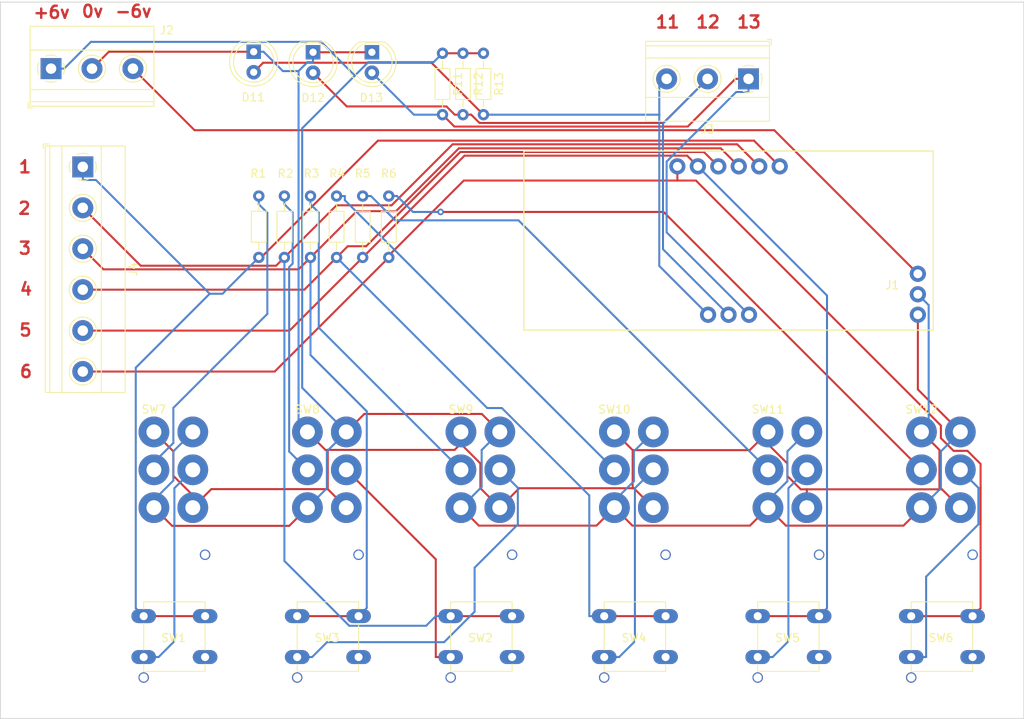
<source format=kicad_pcb>
(kicad_pcb (version 20171130) (host pcbnew "(5.0.0)")

  (general
    (thickness 1.6)
    (drawings 16)
    (tracks 270)
    (zones 0)
    (modules 28)
    (nets 25)
  )

  (page A4)
  (layers
    (0 F.Cu signal)
    (31 B.Cu signal)
    (32 B.Adhes user)
    (33 F.Adhes user)
    (34 B.Paste user)
    (35 F.Paste user)
    (36 B.SilkS user)
    (37 F.SilkS user)
    (38 B.Mask user)
    (39 F.Mask user)
    (40 Dwgs.User user)
    (41 Cmts.User user)
    (42 Eco1.User user)
    (43 Eco2.User user)
    (44 Edge.Cuts user)
    (45 Margin user)
    (46 B.CrtYd user)
    (47 F.CrtYd user)
    (48 B.Fab user)
    (49 F.Fab user)
  )

  (setup
    (last_trace_width 0.25)
    (trace_clearance 0.2)
    (zone_clearance 0.508)
    (zone_45_only no)
    (trace_min 0.2)
    (segment_width 0.2)
    (edge_width 0.1)
    (via_size 0.8)
    (via_drill 0.4)
    (via_min_size 0.4)
    (via_min_drill 0.3)
    (uvia_size 0.3)
    (uvia_drill 0.1)
    (uvias_allowed no)
    (uvia_min_size 0.2)
    (uvia_min_drill 0.1)
    (pcb_text_width 0.3)
    (pcb_text_size 1.5 1.5)
    (mod_edge_width 0.15)
    (mod_text_size 1 1)
    (mod_text_width 0.15)
    (pad_size 1.5 1.5)
    (pad_drill 0.6)
    (pad_to_mask_clearance 0)
    (aux_axis_origin 0 0)
    (visible_elements 7FFFFFFF)
    (pcbplotparams
      (layerselection 0x010fc_ffffffff)
      (usegerberextensions false)
      (usegerberattributes false)
      (usegerberadvancedattributes false)
      (creategerberjobfile false)
      (excludeedgelayer true)
      (linewidth 0.100000)
      (plotframeref false)
      (viasonmask false)
      (mode 1)
      (useauxorigin false)
      (hpglpennumber 1)
      (hpglpenspeed 20)
      (hpglpendiameter 15.000000)
      (psnegative false)
      (psa4output false)
      (plotreference true)
      (plotvalue true)
      (plotinvisibletext false)
      (padsonsilk false)
      (subtractmaskfromsilk false)
      (outputformat 1)
      (mirror false)
      (drillshape 0)
      (scaleselection 1)
      (outputdirectory "Gerber/"))
  )

  (net 0 "")
  (net 1 +6v)
  (net 2 0v)
  (net 3 1)
  (net 4 2)
  (net 5 3)
  (net 6 4)
  (net 7 5)
  (net 8 6)
  (net 9 11)
  (net 10 12)
  (net 11 13)
  (net 12 "Net-(J1-Pad23)")
  (net 13 "Net-(R1-Pad2)")
  (net 14 "Net-(R2-Pad2)")
  (net 15 "Net-(R3-Pad2)")
  (net 16 "Net-(R4-Pad2)")
  (net 17 "Net-(R5-Pad2)")
  (net 18 "Net-(R6-Pad2)")
  (net 19 "Net-(SW1-Pad1)")
  (net 20 "Net-(SW10-Pad5)")
  (net 21 "Net-(SW11-Pad5)")
  (net 22 "Net-(SW12-Pad5)")
  (net 23 "Net-(SW2-Pad1)")
  (net 24 "Net-(SW3-Pad1)")

  (net_class Default "This is the default net class."
    (clearance 0.2)
    (trace_width 0.25)
    (via_dia 0.8)
    (via_drill 0.4)
    (uvia_dia 0.3)
    (uvia_drill 0.1)
    (add_net +6v)
    (add_net 0v)
    (add_net 1)
    (add_net 11)
    (add_net 12)
    (add_net 13)
    (add_net 2)
    (add_net 3)
    (add_net 4)
    (add_net 5)
    (add_net 6)
    (add_net "Net-(J1-Pad23)")
    (add_net "Net-(R1-Pad2)")
    (add_net "Net-(R2-Pad2)")
    (add_net "Net-(R3-Pad2)")
    (add_net "Net-(R4-Pad2)")
    (add_net "Net-(R5-Pad2)")
    (add_net "Net-(R6-Pad2)")
    (add_net "Net-(SW1-Pad1)")
    (add_net "Net-(SW10-Pad5)")
    (add_net "Net-(SW11-Pad5)")
    (add_net "Net-(SW12-Pad5)")
    (add_net "Net-(SW2-Pad1)")
    (add_net "Net-(SW3-Pad1)")
  )

  (module ELLIOTT:SW_KEYSW (layer F.Cu) (tedit 5CACDB79) (tstamp 5C97635D)
    (at 119.38 132.08)
    (descr "SW PUSH 12mm https://www.e-switch.com/system/asset/product_line/data_sheet/143/TL1100.pdf")
    (tags "tact sw push 12mm")
    (path /5C63FFD2)
    (fp_text reference SW1 (at 3.7 2.7) (layer F.SilkS)
      (effects (font (size 1 1) (thickness 0.15)))
    )
    (fp_text value ~ (at 3.9 9.9) (layer F.Fab)
      (effects (font (size 1 1) (thickness 0.15)))
    )
    (fp_line (start 7.62 -1.778) (end 7.62 -0.889) (layer F.SilkS) (width 0.12))
    (fp_line (start 7.62 5.969) (end 7.62 6.858) (layer F.SilkS) (width 0.12))
    (fp_line (start 0 4.191) (end 0 0.889) (layer F.SilkS) (width 0.12))
    (fp_line (start 0 6.858) (end 0 5.969) (layer F.SilkS) (width 0.12))
    (fp_line (start 0.254 -1.524) (end 0.254 6.604) (layer F.Fab) (width 0.1))
    (fp_line (start 12.7 8.89) (end -5.08 8.89) (layer F.CrtYd) (width 0.05))
    (fp_line (start 12.7 8.89) (end 12.7 -8.89) (layer F.CrtYd) (width 0.05))
    (fp_line (start -5.08 -8.89) (end -5.08 8.89) (layer F.CrtYd) (width 0.05))
    (fp_line (start -5.08 -8.89) (end 12.7 -8.89) (layer F.CrtYd) (width 0.0508))
    (fp_line (start 0 -0.889) (end 0 -1.778) (layer F.SilkS) (width 0.12))
    (fp_line (start 7.62 6.858) (end 0 6.858) (layer F.SilkS) (width 0.12))
    (fp_line (start 7.62 0.924) (end 7.62 4.191) (layer F.SilkS) (width 0.12))
    (fp_line (start 0 -1.778) (end 7.62 -1.778) (layer F.SilkS) (width 0.12))
    (fp_line (start 7.366 -1.524) (end 7.366 6.604) (layer F.Fab) (width 0.1))
    (fp_line (start 0.254 -1.524) (end 7.366 -1.524) (layer F.Fab) (width 0.1))
    (fp_line (start 0.254 6.604) (end 7.366 6.604) (layer F.Fab) (width 0.1))
    (pad 4 thru_hole circle (at 7.62 -7.62) (size 1.3 1.3) (drill 1) (layers *.Cu *.Mask))
    (pad 3 thru_hole circle (at 0 7.62) (size 1.3 1.3) (drill 1) (layers *.Cu *.Mask))
    (pad 1 thru_hole oval (at 0 5.08) (size 3.048 1.7272) (drill 1) (layers *.Cu *.Mask)
      (net 19 "Net-(SW1-Pad1)"))
    (pad 0 thru_hole oval (at 0 0) (size 3.048 1.7272) (drill 1) (layers *.Cu *.Mask)
      (net 3 1))
    (pad 2 thru_hole oval (at 7.62 5.08) (size 3.048 1.7272) (drill 1) (layers *.Cu *.Mask))
    (pad 0 thru_hole oval (at 7.62 0) (size 3.048 1.7272) (drill 1) (layers *.Cu *.Mask)
      (net 3 1))
    (model ${KISYS3DMOD}/Button_Switch_THT.3dshapes/SW_PUSH-12mm.wrl
      (at (xyz 0 0 0))
      (scale (xyz 1 1 1))
      (rotate (xyz 0 0 0))
    )
  )

  (module ELLIOTT:SW_KEYSW (layer F.Cu) (tedit 5CACDB79) (tstamp 5C9767A1)
    (at 157.48 132.08)
    (descr "SW PUSH 12mm https://www.e-switch.com/system/asset/product_line/data_sheet/143/TL1100.pdf")
    (tags "tact sw push 12mm")
    (path /5C63FF8A)
    (fp_text reference SW2 (at 3.7 2.7) (layer F.SilkS)
      (effects (font (size 1 1) (thickness 0.15)))
    )
    (fp_text value ~ (at 3.9 9.9) (layer F.Fab)
      (effects (font (size 1 1) (thickness 0.15)))
    )
    (fp_line (start 7.62 -1.778) (end 7.62 -0.889) (layer F.SilkS) (width 0.12))
    (fp_line (start 7.62 5.969) (end 7.62 6.858) (layer F.SilkS) (width 0.12))
    (fp_line (start 0 4.191) (end 0 0.889) (layer F.SilkS) (width 0.12))
    (fp_line (start 0 6.858) (end 0 5.969) (layer F.SilkS) (width 0.12))
    (fp_line (start 0.254 -1.524) (end 0.254 6.604) (layer F.Fab) (width 0.1))
    (fp_line (start 12.7 8.89) (end -5.08 8.89) (layer F.CrtYd) (width 0.05))
    (fp_line (start 12.7 8.89) (end 12.7 -8.89) (layer F.CrtYd) (width 0.05))
    (fp_line (start -5.08 -8.89) (end -5.08 8.89) (layer F.CrtYd) (width 0.05))
    (fp_line (start -5.08 -8.89) (end 12.7 -8.89) (layer F.CrtYd) (width 0.0508))
    (fp_line (start 0 -0.889) (end 0 -1.778) (layer F.SilkS) (width 0.12))
    (fp_line (start 7.62 6.858) (end 0 6.858) (layer F.SilkS) (width 0.12))
    (fp_line (start 7.62 0.924) (end 7.62 4.191) (layer F.SilkS) (width 0.12))
    (fp_line (start 0 -1.778) (end 7.62 -1.778) (layer F.SilkS) (width 0.12))
    (fp_line (start 7.366 -1.524) (end 7.366 6.604) (layer F.Fab) (width 0.1))
    (fp_line (start 0.254 -1.524) (end 7.366 -1.524) (layer F.Fab) (width 0.1))
    (fp_line (start 0.254 6.604) (end 7.366 6.604) (layer F.Fab) (width 0.1))
    (pad 4 thru_hole circle (at 7.62 -7.62) (size 1.3 1.3) (drill 1) (layers *.Cu *.Mask))
    (pad 3 thru_hole circle (at 0 7.62) (size 1.3 1.3) (drill 1) (layers *.Cu *.Mask))
    (pad 1 thru_hole oval (at 0 5.08) (size 3.048 1.7272) (drill 1) (layers *.Cu *.Mask)
      (net 23 "Net-(SW2-Pad1)"))
    (pad 0 thru_hole oval (at 0 0) (size 3.048 1.7272) (drill 1) (layers *.Cu *.Mask)
      (net 4 2))
    (pad 2 thru_hole oval (at 7.62 5.08) (size 3.048 1.7272) (drill 1) (layers *.Cu *.Mask))
    (pad 0 thru_hole oval (at 7.62 0) (size 3.048 1.7272) (drill 1) (layers *.Cu *.Mask)
      (net 4 2))
    (model ${KISYS3DMOD}/Button_Switch_THT.3dshapes/SW_PUSH-12mm.wrl
      (at (xyz 0 0 0))
      (scale (xyz 1 1 1))
      (rotate (xyz 0 0 0))
    )
  )

  (module ELLIOTT:SW_KEYSW (layer F.Cu) (tedit 5CACDB79) (tstamp 5C976397)
    (at 138.43 132.08)
    (descr "SW PUSH 12mm https://www.e-switch.com/system/asset/product_line/data_sheet/143/TL1100.pdf")
    (tags "tact sw push 12mm")
    (path /5C63FF46)
    (fp_text reference SW3 (at 3.7 2.7) (layer F.SilkS)
      (effects (font (size 1 1) (thickness 0.15)))
    )
    (fp_text value ~ (at 3.9 9.9) (layer F.Fab)
      (effects (font (size 1 1) (thickness 0.15)))
    )
    (fp_line (start 7.62 -1.778) (end 7.62 -0.889) (layer F.SilkS) (width 0.12))
    (fp_line (start 7.62 5.969) (end 7.62 6.858) (layer F.SilkS) (width 0.12))
    (fp_line (start 0 4.191) (end 0 0.889) (layer F.SilkS) (width 0.12))
    (fp_line (start 0 6.858) (end 0 5.969) (layer F.SilkS) (width 0.12))
    (fp_line (start 0.254 -1.524) (end 0.254 6.604) (layer F.Fab) (width 0.1))
    (fp_line (start 12.7 8.89) (end -5.08 8.89) (layer F.CrtYd) (width 0.05))
    (fp_line (start 12.7 8.89) (end 12.7 -8.89) (layer F.CrtYd) (width 0.05))
    (fp_line (start -5.08 -8.89) (end -5.08 8.89) (layer F.CrtYd) (width 0.05))
    (fp_line (start -5.08 -8.89) (end 12.7 -8.89) (layer F.CrtYd) (width 0.0508))
    (fp_line (start 0 -0.889) (end 0 -1.778) (layer F.SilkS) (width 0.12))
    (fp_line (start 7.62 6.858) (end 0 6.858) (layer F.SilkS) (width 0.12))
    (fp_line (start 7.62 0.924) (end 7.62 4.191) (layer F.SilkS) (width 0.12))
    (fp_line (start 0 -1.778) (end 7.62 -1.778) (layer F.SilkS) (width 0.12))
    (fp_line (start 7.366 -1.524) (end 7.366 6.604) (layer F.Fab) (width 0.1))
    (fp_line (start 0.254 -1.524) (end 7.366 -1.524) (layer F.Fab) (width 0.1))
    (fp_line (start 0.254 6.604) (end 7.366 6.604) (layer F.Fab) (width 0.1))
    (pad 4 thru_hole circle (at 7.62 -7.62) (size 1.3 1.3) (drill 1) (layers *.Cu *.Mask))
    (pad 3 thru_hole circle (at 0 7.62) (size 1.3 1.3) (drill 1) (layers *.Cu *.Mask))
    (pad 1 thru_hole oval (at 0 5.08) (size 3.048 1.7272) (drill 1) (layers *.Cu *.Mask)
      (net 24 "Net-(SW3-Pad1)"))
    (pad 0 thru_hole oval (at 0 0) (size 3.048 1.7272) (drill 1) (layers *.Cu *.Mask)
      (net 5 3))
    (pad 2 thru_hole oval (at 7.62 5.08) (size 3.048 1.7272) (drill 1) (layers *.Cu *.Mask))
    (pad 0 thru_hole oval (at 7.62 0) (size 3.048 1.7272) (drill 1) (layers *.Cu *.Mask)
      (net 5 3))
    (model ${KISYS3DMOD}/Button_Switch_THT.3dshapes/SW_PUSH-12mm.wrl
      (at (xyz 0 0 0))
      (scale (xyz 1 1 1))
      (rotate (xyz 0 0 0))
    )
  )

  (module ELLIOTT:SW_KEYSW (layer F.Cu) (tedit 5CACDB79) (tstamp 5C9763B4)
    (at 176.53 132.08)
    (descr "SW PUSH 12mm https://www.e-switch.com/system/asset/product_line/data_sheet/143/TL1100.pdf")
    (tags "tact sw push 12mm")
    (path /5C63FF02)
    (fp_text reference SW4 (at 3.7 2.7) (layer F.SilkS)
      (effects (font (size 1 1) (thickness 0.15)))
    )
    (fp_text value ~ (at 3.9 9.9) (layer F.Fab)
      (effects (font (size 1 1) (thickness 0.15)))
    )
    (fp_line (start 7.62 -1.778) (end 7.62 -0.889) (layer F.SilkS) (width 0.12))
    (fp_line (start 7.62 5.969) (end 7.62 6.858) (layer F.SilkS) (width 0.12))
    (fp_line (start 0 4.191) (end 0 0.889) (layer F.SilkS) (width 0.12))
    (fp_line (start 0 6.858) (end 0 5.969) (layer F.SilkS) (width 0.12))
    (fp_line (start 0.254 -1.524) (end 0.254 6.604) (layer F.Fab) (width 0.1))
    (fp_line (start 12.7 8.89) (end -5.08 8.89) (layer F.CrtYd) (width 0.05))
    (fp_line (start 12.7 8.89) (end 12.7 -8.89) (layer F.CrtYd) (width 0.05))
    (fp_line (start -5.08 -8.89) (end -5.08 8.89) (layer F.CrtYd) (width 0.05))
    (fp_line (start -5.08 -8.89) (end 12.7 -8.89) (layer F.CrtYd) (width 0.0508))
    (fp_line (start 0 -0.889) (end 0 -1.778) (layer F.SilkS) (width 0.12))
    (fp_line (start 7.62 6.858) (end 0 6.858) (layer F.SilkS) (width 0.12))
    (fp_line (start 7.62 0.924) (end 7.62 4.191) (layer F.SilkS) (width 0.12))
    (fp_line (start 0 -1.778) (end 7.62 -1.778) (layer F.SilkS) (width 0.12))
    (fp_line (start 7.366 -1.524) (end 7.366 6.604) (layer F.Fab) (width 0.1))
    (fp_line (start 0.254 -1.524) (end 7.366 -1.524) (layer F.Fab) (width 0.1))
    (fp_line (start 0.254 6.604) (end 7.366 6.604) (layer F.Fab) (width 0.1))
    (pad 4 thru_hole circle (at 7.62 -7.62) (size 1.3 1.3) (drill 1) (layers *.Cu *.Mask))
    (pad 3 thru_hole circle (at 0 7.62) (size 1.3 1.3) (drill 1) (layers *.Cu *.Mask))
    (pad 1 thru_hole oval (at 0 5.08) (size 3.048 1.7272) (drill 1) (layers *.Cu *.Mask)
      (net 20 "Net-(SW10-Pad5)"))
    (pad 0 thru_hole oval (at 0 0) (size 3.048 1.7272) (drill 1) (layers *.Cu *.Mask)
      (net 6 4))
    (pad 2 thru_hole oval (at 7.62 5.08) (size 3.048 1.7272) (drill 1) (layers *.Cu *.Mask))
    (pad 0 thru_hole oval (at 7.62 0) (size 3.048 1.7272) (drill 1) (layers *.Cu *.Mask)
      (net 6 4))
    (model ${KISYS3DMOD}/Button_Switch_THT.3dshapes/SW_PUSH-12mm.wrl
      (at (xyz 0 0 0))
      (scale (xyz 1 1 1))
      (rotate (xyz 0 0 0))
    )
  )

  (module ELLIOTT:SW_KEYSW (layer F.Cu) (tedit 5CACDB79) (tstamp 5C9763D1)
    (at 195.58 132.08)
    (descr "SW PUSH 12mm https://www.e-switch.com/system/asset/product_line/data_sheet/143/TL1100.pdf")
    (tags "tact sw push 12mm")
    (path /5C63FEC0)
    (fp_text reference SW5 (at 3.7 2.7) (layer F.SilkS)
      (effects (font (size 1 1) (thickness 0.15)))
    )
    (fp_text value ~ (at 3.9 9.9) (layer F.Fab)
      (effects (font (size 1 1) (thickness 0.15)))
    )
    (fp_line (start 7.62 -1.778) (end 7.62 -0.889) (layer F.SilkS) (width 0.12))
    (fp_line (start 7.62 5.969) (end 7.62 6.858) (layer F.SilkS) (width 0.12))
    (fp_line (start 0 4.191) (end 0 0.889) (layer F.SilkS) (width 0.12))
    (fp_line (start 0 6.858) (end 0 5.969) (layer F.SilkS) (width 0.12))
    (fp_line (start 0.254 -1.524) (end 0.254 6.604) (layer F.Fab) (width 0.1))
    (fp_line (start 12.7 8.89) (end -5.08 8.89) (layer F.CrtYd) (width 0.05))
    (fp_line (start 12.7 8.89) (end 12.7 -8.89) (layer F.CrtYd) (width 0.05))
    (fp_line (start -5.08 -8.89) (end -5.08 8.89) (layer F.CrtYd) (width 0.05))
    (fp_line (start -5.08 -8.89) (end 12.7 -8.89) (layer F.CrtYd) (width 0.0508))
    (fp_line (start 0 -0.889) (end 0 -1.778) (layer F.SilkS) (width 0.12))
    (fp_line (start 7.62 6.858) (end 0 6.858) (layer F.SilkS) (width 0.12))
    (fp_line (start 7.62 0.924) (end 7.62 4.191) (layer F.SilkS) (width 0.12))
    (fp_line (start 0 -1.778) (end 7.62 -1.778) (layer F.SilkS) (width 0.12))
    (fp_line (start 7.366 -1.524) (end 7.366 6.604) (layer F.Fab) (width 0.1))
    (fp_line (start 0.254 -1.524) (end 7.366 -1.524) (layer F.Fab) (width 0.1))
    (fp_line (start 0.254 6.604) (end 7.366 6.604) (layer F.Fab) (width 0.1))
    (pad 4 thru_hole circle (at 7.62 -7.62) (size 1.3 1.3) (drill 1) (layers *.Cu *.Mask))
    (pad 3 thru_hole circle (at 0 7.62) (size 1.3 1.3) (drill 1) (layers *.Cu *.Mask))
    (pad 1 thru_hole oval (at 0 5.08) (size 3.048 1.7272) (drill 1) (layers *.Cu *.Mask)
      (net 21 "Net-(SW11-Pad5)"))
    (pad 0 thru_hole oval (at 0 0) (size 3.048 1.7272) (drill 1) (layers *.Cu *.Mask)
      (net 7 5))
    (pad 2 thru_hole oval (at 7.62 5.08) (size 3.048 1.7272) (drill 1) (layers *.Cu *.Mask))
    (pad 0 thru_hole oval (at 7.62 0) (size 3.048 1.7272) (drill 1) (layers *.Cu *.Mask)
      (net 7 5))
    (model ${KISYS3DMOD}/Button_Switch_THT.3dshapes/SW_PUSH-12mm.wrl
      (at (xyz 0 0 0))
      (scale (xyz 1 1 1))
      (rotate (xyz 0 0 0))
    )
  )

  (module ELLIOTT:SW_KEYSW (layer F.Cu) (tedit 5CACDB79) (tstamp 5C9763EE)
    (at 214.63 132.08)
    (descr "SW PUSH 12mm https://www.e-switch.com/system/asset/product_line/data_sheet/143/TL1100.pdf")
    (tags "tact sw push 12mm")
    (path /5C63FDA4)
    (fp_text reference SW6 (at 3.7 2.7) (layer F.SilkS)
      (effects (font (size 1 1) (thickness 0.15)))
    )
    (fp_text value ~ (at 3.9 9.9) (layer F.Fab)
      (effects (font (size 1 1) (thickness 0.15)))
    )
    (fp_line (start 7.62 -1.778) (end 7.62 -0.889) (layer F.SilkS) (width 0.12))
    (fp_line (start 7.62 5.969) (end 7.62 6.858) (layer F.SilkS) (width 0.12))
    (fp_line (start 0 4.191) (end 0 0.889) (layer F.SilkS) (width 0.12))
    (fp_line (start 0 6.858) (end 0 5.969) (layer F.SilkS) (width 0.12))
    (fp_line (start 0.254 -1.524) (end 0.254 6.604) (layer F.Fab) (width 0.1))
    (fp_line (start 12.7 8.89) (end -5.08 8.89) (layer F.CrtYd) (width 0.05))
    (fp_line (start 12.7 8.89) (end 12.7 -8.89) (layer F.CrtYd) (width 0.05))
    (fp_line (start -5.08 -8.89) (end -5.08 8.89) (layer F.CrtYd) (width 0.05))
    (fp_line (start -5.08 -8.89) (end 12.7 -8.89) (layer F.CrtYd) (width 0.0508))
    (fp_line (start 0 -0.889) (end 0 -1.778) (layer F.SilkS) (width 0.12))
    (fp_line (start 7.62 6.858) (end 0 6.858) (layer F.SilkS) (width 0.12))
    (fp_line (start 7.62 0.924) (end 7.62 4.191) (layer F.SilkS) (width 0.12))
    (fp_line (start 0 -1.778) (end 7.62 -1.778) (layer F.SilkS) (width 0.12))
    (fp_line (start 7.366 -1.524) (end 7.366 6.604) (layer F.Fab) (width 0.1))
    (fp_line (start 0.254 -1.524) (end 7.366 -1.524) (layer F.Fab) (width 0.1))
    (fp_line (start 0.254 6.604) (end 7.366 6.604) (layer F.Fab) (width 0.1))
    (pad 4 thru_hole circle (at 7.62 -7.62) (size 1.3 1.3) (drill 1) (layers *.Cu *.Mask))
    (pad 3 thru_hole circle (at 0 7.62) (size 1.3 1.3) (drill 1) (layers *.Cu *.Mask))
    (pad 1 thru_hole oval (at 0 5.08) (size 3.048 1.7272) (drill 1) (layers *.Cu *.Mask)
      (net 22 "Net-(SW12-Pad5)"))
    (pad 0 thru_hole oval (at 0 0) (size 3.048 1.7272) (drill 1) (layers *.Cu *.Mask)
      (net 8 6))
    (pad 2 thru_hole oval (at 7.62 5.08) (size 3.048 1.7272) (drill 1) (layers *.Cu *.Mask))
    (pad 0 thru_hole oval (at 7.62 0) (size 3.048 1.7272) (drill 1) (layers *.Cu *.Mask)
      (net 8 6))
    (model ${KISYS3DMOD}/Button_Switch_THT.3dshapes/SW_PUSH-12mm.wrl
      (at (xyz 0 0 0))
      (scale (xyz 1 1 1))
      (rotate (xyz 0 0 0))
    )
  )

  (module ELLIOTT:LED_D5.0mm (layer F.Cu) (tedit 5995936A) (tstamp 5C63370B)
    (at 133.032 62.0395 270)
    (descr "LED, diameter 5.0mm, 2 pins, http://cdn-reichelt.de/documents/datenblatt/A500/LL-504BC2E-009.pdf")
    (tags "LED diameter 5.0mm 2 pins")
    (path /5C639A7E)
    (fp_text reference D11 (at 5.6515 0.0635) (layer F.SilkS)
      (effects (font (size 1 1) (thickness 0.15)))
    )
    (fp_text value ~ (at 1.27 3.96 270) (layer F.Fab)
      (effects (font (size 1 1) (thickness 0.15)))
    )
    (fp_text user %R (at 1.25 0 270) (layer F.Fab)
      (effects (font (size 0.8 0.8) (thickness 0.2)))
    )
    (fp_line (start 4.5 -3.25) (end -1.95 -3.25) (layer F.CrtYd) (width 0.05))
    (fp_line (start 4.5 3.25) (end 4.5 -3.25) (layer F.CrtYd) (width 0.05))
    (fp_line (start -1.95 3.25) (end 4.5 3.25) (layer F.CrtYd) (width 0.05))
    (fp_line (start -1.95 -3.25) (end -1.95 3.25) (layer F.CrtYd) (width 0.05))
    (fp_line (start -1.29 -1.545) (end -1.29 1.545) (layer F.SilkS) (width 0.12))
    (fp_line (start -1.23 -1.469694) (end -1.23 1.469694) (layer F.Fab) (width 0.1))
    (fp_circle (center 1.27 0) (end 3.77 0) (layer F.SilkS) (width 0.12))
    (fp_circle (center 1.27 0) (end 3.77 0) (layer F.Fab) (width 0.1))
    (fp_arc (start 1.27 0) (end -1.29 1.54483) (angle -148.9) (layer F.SilkS) (width 0.12))
    (fp_arc (start 1.27 0) (end -1.29 -1.54483) (angle 148.9) (layer F.SilkS) (width 0.12))
    (fp_arc (start 1.27 0) (end -1.23 -1.469694) (angle 299.1) (layer F.Fab) (width 0.1))
    (pad 2 thru_hole circle (at 2.54 0 270) (size 1.8 1.8) (drill 0.9) (layers *.Cu *.Mask)
      (net 11 13))
    (pad 1 thru_hole rect (at 0 0 270) (size 1.8 1.8) (drill 0.9) (layers *.Cu *.Mask)
      (net 2 0v))
    (model ${KISYS3DMOD}/LED_THT.3dshapes/LED_D5.0mm.wrl
      (at (xyz 0 0 0))
      (scale (xyz 1 1 1))
      (rotate (xyz 0 0 0))
    )
  )

  (module ELLIOTT:LED_D5.0mm (layer F.Cu) (tedit 5995936A) (tstamp 5C633FC3)
    (at 140.398 62.103 270)
    (descr "LED, diameter 5.0mm, 2 pins, http://cdn-reichelt.de/documents/datenblatt/A500/LL-504BC2E-009.pdf")
    (tags "LED diameter 5.0mm 2 pins")
    (path /5C639B67)
    (fp_text reference D12 (at 5.6515 0) (layer F.SilkS)
      (effects (font (size 1 1) (thickness 0.15)))
    )
    (fp_text value ~ (at 1.27 3.96 270) (layer F.Fab)
      (effects (font (size 1 1) (thickness 0.15)))
    )
    (fp_text user %R (at 1.25 0 270) (layer F.Fab)
      (effects (font (size 0.8 0.8) (thickness 0.2)))
    )
    (fp_line (start 4.5 -3.25) (end -1.95 -3.25) (layer F.CrtYd) (width 0.05))
    (fp_line (start 4.5 3.25) (end 4.5 -3.25) (layer F.CrtYd) (width 0.05))
    (fp_line (start -1.95 3.25) (end 4.5 3.25) (layer F.CrtYd) (width 0.05))
    (fp_line (start -1.95 -3.25) (end -1.95 3.25) (layer F.CrtYd) (width 0.05))
    (fp_line (start -1.29 -1.545) (end -1.29 1.545) (layer F.SilkS) (width 0.12))
    (fp_line (start -1.23 -1.469694) (end -1.23 1.469694) (layer F.Fab) (width 0.1))
    (fp_circle (center 1.27 0) (end 3.77 0) (layer F.SilkS) (width 0.12))
    (fp_circle (center 1.27 0) (end 3.77 0) (layer F.Fab) (width 0.1))
    (fp_arc (start 1.27 0) (end -1.29 1.54483) (angle -148.9) (layer F.SilkS) (width 0.12))
    (fp_arc (start 1.27 0) (end -1.29 -1.54483) (angle 148.9) (layer F.SilkS) (width 0.12))
    (fp_arc (start 1.27 0) (end -1.23 -1.469694) (angle 299.1) (layer F.Fab) (width 0.1))
    (pad 2 thru_hole circle (at 2.54 0 270) (size 1.8 1.8) (drill 0.9) (layers *.Cu *.Mask)
      (net 10 12))
    (pad 1 thru_hole rect (at 0 0 270) (size 1.8 1.8) (drill 0.9) (layers *.Cu *.Mask)
      (net 2 0v))
    (model ${KISYS3DMOD}/LED_THT.3dshapes/LED_D5.0mm.wrl
      (at (xyz 0 0 0))
      (scale (xyz 1 1 1))
      (rotate (xyz 0 0 0))
    )
  )

  (module ELLIOTT:LED_D5.0mm (layer F.Cu) (tedit 5995936A) (tstamp 5C63402B)
    (at 147.701 62.103 270)
    (descr "LED, diameter 5.0mm, 2 pins, http://cdn-reichelt.de/documents/datenblatt/A500/LL-504BC2E-009.pdf")
    (tags "LED diameter 5.0mm 2 pins")
    (path /5C63AE01)
    (fp_text reference D13 (at 5.6515 0.0635) (layer F.SilkS)
      (effects (font (size 1 1) (thickness 0.15)))
    )
    (fp_text value ~ (at 1.27 3.96 270) (layer F.Fab)
      (effects (font (size 1 1) (thickness 0.15)))
    )
    (fp_text user %R (at 1.25 0 270) (layer F.Fab)
      (effects (font (size 0.8 0.8) (thickness 0.2)))
    )
    (fp_line (start 4.5 -3.25) (end -1.95 -3.25) (layer F.CrtYd) (width 0.05))
    (fp_line (start 4.5 3.25) (end 4.5 -3.25) (layer F.CrtYd) (width 0.05))
    (fp_line (start -1.95 3.25) (end 4.5 3.25) (layer F.CrtYd) (width 0.05))
    (fp_line (start -1.95 -3.25) (end -1.95 3.25) (layer F.CrtYd) (width 0.05))
    (fp_line (start -1.29 -1.545) (end -1.29 1.545) (layer F.SilkS) (width 0.12))
    (fp_line (start -1.23 -1.469694) (end -1.23 1.469694) (layer F.Fab) (width 0.1))
    (fp_circle (center 1.27 0) (end 3.77 0) (layer F.SilkS) (width 0.12))
    (fp_circle (center 1.27 0) (end 3.77 0) (layer F.Fab) (width 0.1))
    (fp_arc (start 1.27 0) (end -1.29 1.54483) (angle -148.9) (layer F.SilkS) (width 0.12))
    (fp_arc (start 1.27 0) (end -1.29 -1.54483) (angle 148.9) (layer F.SilkS) (width 0.12))
    (fp_arc (start 1.27 0) (end -1.23 -1.469694) (angle 299.1) (layer F.Fab) (width 0.1))
    (pad 2 thru_hole circle (at 2.54 0 270) (size 1.8 1.8) (drill 0.9) (layers *.Cu *.Mask)
      (net 9 11))
    (pad 1 thru_hole rect (at 0 0 270) (size 1.8 1.8) (drill 0.9) (layers *.Cu *.Mask)
      (net 2 0v))
    (model ${KISYS3DMOD}/LED_THT.3dshapes/LED_D5.0mm.wrl
      (at (xyz 0 0 0))
      (scale (xyz 1 1 1))
      (rotate (xyz 0 0 0))
    )
  )

  (module ELLIOTT:LSA (layer F.Cu) (tedit 5C6009BE) (tstamp 5C633743)
    (at 212.28 91.5035 180)
    (path /5C320323)
    (fp_text reference J1 (at 0 0.5 180) (layer F.SilkS)
      (effects (font (size 1 1) (thickness 0.15)))
    )
    (fp_text value LSAConnect (at 0 -0.5 180) (layer F.Fab)
      (effects (font (size 1 1) (thickness 0.15)))
    )
    (fp_line (start -5.08 17.145) (end -5.08 -5.08) (layer F.SilkS) (width 0.15))
    (fp_line (start 45.72 17.145) (end -5.08 17.145) (layer F.SilkS) (width 0.15))
    (fp_line (start 45.72 -5.08) (end 45.72 17.145) (layer F.SilkS) (width 0.15))
    (fp_line (start -5.08 -5.08) (end 45.72 -5.08) (layer F.SilkS) (width 0.15))
    (pad 13 thru_hole circle (at 22.86 -3.175 180) (size 2 2) (drill 1.1) (layers *.Cu *.Mask)
      (net 11 13))
    (pad 12 thru_hole circle (at 20.32 -3.175 180) (size 2 2) (drill 1.1) (layers *.Cu *.Mask)
      (net 10 12))
    (pad 11 thru_hole circle (at 17.78 -3.175 180) (size 2 2) (drill 1.1) (layers *.Cu *.Mask)
      (net 9 11))
    (pad 6 thru_hole circle (at 26.67 15.24 180) (size 2 2) (drill 1.1) (layers *.Cu *.Mask)
      (net 8 6))
    (pad 5 thru_hole circle (at 24.13 15.24 180) (size 2 2) (drill 1.1) (layers *.Cu *.Mask)
      (net 7 5))
    (pad 4 thru_hole circle (at 21.59 15.24 180) (size 2 2) (drill 1.1) (layers *.Cu *.Mask)
      (net 6 4))
    (pad 3 thru_hole circle (at 19.05 15.24 180) (size 2 2) (drill 1.1) (layers *.Cu *.Mask)
      (net 5 3))
    (pad 2 thru_hole circle (at 16.51 15.24 180) (size 2 2) (drill 1.1) (layers *.Cu *.Mask)
      (net 4 2))
    (pad 1 thru_hole circle (at 13.97 15.24 180) (size 2 2) (drill 1.1) (layers *.Cu *.Mask)
      (net 3 1))
    (pad 23 thru_hole circle (at -3.175 1.905 180) (size 2 2) (drill 1.1) (layers *.Cu *.Mask)
      (net 12 "Net-(J1-Pad23)"))
    (pad 22 thru_hole circle (at -3.175 -0.635 180) (size 2 2) (drill 1.1) (layers *.Cu *.Mask)
      (net 2 0v))
    (pad 21 thru_hole circle (at -3.175 -3.175 180) (size 2 2) (drill 1.1) (layers *.Cu *.Mask)
      (net 1 +6v))
  )

  (module ELLIOTT:R_Axial_DIN0204_L3.6mm_D1.6mm_P7.62mm_Horizontal (layer F.Cu) (tedit 5B9AA3EA) (tstamp 5C6341BD)
    (at 133.667 87.567 90)
    (descr "Resistor, Axial_DIN0204 series, Axial, Horizontal, pin pitch=7.62mm, 0.167W, length*diameter=3.6*1.6mm^2, http://cdn-reichelt.de/documents/datenblatt/B400/1_4W%23YAG.pdf")
    (tags "Resistor Axial_DIN0204 series Axial Horizontal pin pitch 7.62mm 0.167W length 3.6mm diameter 1.6mm")
    (path /5C65175D)
    (fp_text reference R1 (at 10.414 -0.0635 180) (layer F.SilkS)
      (effects (font (size 1 1) (thickness 0.15)))
    )
    (fp_text value 1k (at 3.81 0.127 90) (layer F.Fab)
      (effects (font (size 1 1) (thickness 0.15)))
    )
    (fp_line (start 1.89 -0.92) (end 1.89 0.92) (layer F.SilkS) (width 0.12))
    (fp_line (start 1.89 0.92) (end 5.73 0.92) (layer F.SilkS) (width 0.12))
    (fp_line (start 5.73 0.92) (end 5.73 -0.92) (layer F.SilkS) (width 0.12))
    (fp_line (start 5.73 -0.92) (end 1.89 -0.92) (layer F.SilkS) (width 0.12))
    (fp_line (start 0.94 0) (end 1.89 0) (layer F.SilkS) (width 0.12))
    (fp_line (start 6.68 0) (end 5.73 0) (layer F.SilkS) (width 0.12))
    (fp_line (start -1.05 -1.25) (end -1.05 1.25) (layer F.CrtYd) (width 0.05))
    (fp_line (start -1.05 1.25) (end 8.67 1.25) (layer F.CrtYd) (width 0.05))
    (fp_line (start 8.67 1.25) (end 8.67 -1.25) (layer F.CrtYd) (width 0.05))
    (fp_line (start 8.67 -1.25) (end -1.05 -1.25) (layer F.CrtYd) (width 0.05))
    (pad 1 thru_hole circle (at 0 0 90) (size 1.4 1.4) (drill 0.7) (layers *.Cu *.Mask)
      (net 3 1))
    (pad 2 thru_hole oval (at 7.62 0 90) (size 1.4 1.4) (drill 0.7) (layers *.Cu *.Mask)
      (net 13 "Net-(R1-Pad2)"))
    (model ${KISYS3DMOD}/Resistor_THT.3dshapes/R_Axial_DIN0204_L3.6mm_D1.6mm_P7.62mm_Horizontal.wrl
      (at (xyz 0 0 0))
      (scale (xyz 1 1 1))
      (rotate (xyz 0 0 0))
    )
  )

  (module ELLIOTT:R_Axial_DIN0204_L3.6mm_D1.6mm_P7.62mm_Horizontal (layer F.Cu) (tedit 5B9AA3EA) (tstamp 5C634256)
    (at 136.843 87.567 90)
    (descr "Resistor, Axial_DIN0204 series, Axial, Horizontal, pin pitch=7.62mm, 0.167W, length*diameter=3.6*1.6mm^2, http://cdn-reichelt.de/documents/datenblatt/B400/1_4W%23YAG.pdf")
    (tags "Resistor Axial_DIN0204 series Axial Horizontal pin pitch 7.62mm 0.167W length 3.6mm diameter 1.6mm")
    (path /5C6516F9)
    (fp_text reference R2 (at 10.414 0.127 180) (layer F.SilkS)
      (effects (font (size 1 1) (thickness 0.15)))
    )
    (fp_text value 1k (at 3.81 0 90) (layer F.Fab)
      (effects (font (size 1 1) (thickness 0.15)))
    )
    (fp_line (start 1.89 -0.92) (end 1.89 0.92) (layer F.SilkS) (width 0.12))
    (fp_line (start 1.89 0.92) (end 5.73 0.92) (layer F.SilkS) (width 0.12))
    (fp_line (start 5.73 0.92) (end 5.73 -0.92) (layer F.SilkS) (width 0.12))
    (fp_line (start 5.73 -0.92) (end 1.89 -0.92) (layer F.SilkS) (width 0.12))
    (fp_line (start 0.94 0) (end 1.89 0) (layer F.SilkS) (width 0.12))
    (fp_line (start 6.68 0) (end 5.73 0) (layer F.SilkS) (width 0.12))
    (fp_line (start -1.05 -1.25) (end -1.05 1.25) (layer F.CrtYd) (width 0.05))
    (fp_line (start -1.05 1.25) (end 8.67 1.25) (layer F.CrtYd) (width 0.05))
    (fp_line (start 8.67 1.25) (end 8.67 -1.25) (layer F.CrtYd) (width 0.05))
    (fp_line (start 8.67 -1.25) (end -1.05 -1.25) (layer F.CrtYd) (width 0.05))
    (pad 1 thru_hole circle (at 0 0 90) (size 1.4 1.4) (drill 0.7) (layers *.Cu *.Mask)
      (net 4 2))
    (pad 2 thru_hole oval (at 7.62 0 90) (size 1.4 1.4) (drill 0.7) (layers *.Cu *.Mask)
      (net 14 "Net-(R2-Pad2)"))
    (model ${KISYS3DMOD}/Resistor_THT.3dshapes/R_Axial_DIN0204_L3.6mm_D1.6mm_P7.62mm_Horizontal.wrl
      (at (xyz 0 0 0))
      (scale (xyz 1 1 1))
      (rotate (xyz 0 0 0))
    )
  )

  (module ELLIOTT:R_Axial_DIN0204_L3.6mm_D1.6mm_P7.62mm_Horizontal (layer F.Cu) (tedit 5B9AA3EA) (tstamp 5C6337BB)
    (at 140.081 87.567 90)
    (descr "Resistor, Axial_DIN0204 series, Axial, Horizontal, pin pitch=7.62mm, 0.167W, length*diameter=3.6*1.6mm^2, http://cdn-reichelt.de/documents/datenblatt/B400/1_4W%23YAG.pdf")
    (tags "Resistor Axial_DIN0204 series Axial Horizontal pin pitch 7.62mm 0.167W length 3.6mm diameter 1.6mm")
    (path /5C6516A9)
    (fp_text reference R3 (at 10.414 0.127 180) (layer F.SilkS)
      (effects (font (size 1 1) (thickness 0.15)))
    )
    (fp_text value 1k (at 3.81 -0.0635 90) (layer F.Fab)
      (effects (font (size 1 1) (thickness 0.15)))
    )
    (fp_line (start 1.89 -0.92) (end 1.89 0.92) (layer F.SilkS) (width 0.12))
    (fp_line (start 1.89 0.92) (end 5.73 0.92) (layer F.SilkS) (width 0.12))
    (fp_line (start 5.73 0.92) (end 5.73 -0.92) (layer F.SilkS) (width 0.12))
    (fp_line (start 5.73 -0.92) (end 1.89 -0.92) (layer F.SilkS) (width 0.12))
    (fp_line (start 0.94 0) (end 1.89 0) (layer F.SilkS) (width 0.12))
    (fp_line (start 6.68 0) (end 5.73 0) (layer F.SilkS) (width 0.12))
    (fp_line (start -1.05 -1.25) (end -1.05 1.25) (layer F.CrtYd) (width 0.05))
    (fp_line (start -1.05 1.25) (end 8.67 1.25) (layer F.CrtYd) (width 0.05))
    (fp_line (start 8.67 1.25) (end 8.67 -1.25) (layer F.CrtYd) (width 0.05))
    (fp_line (start 8.67 -1.25) (end -1.05 -1.25) (layer F.CrtYd) (width 0.05))
    (pad 1 thru_hole circle (at 0 0 90) (size 1.4 1.4) (drill 0.7) (layers *.Cu *.Mask)
      (net 5 3))
    (pad 2 thru_hole oval (at 7.62 0 90) (size 1.4 1.4) (drill 0.7) (layers *.Cu *.Mask)
      (net 15 "Net-(R3-Pad2)"))
    (model ${KISYS3DMOD}/Resistor_THT.3dshapes/R_Axial_DIN0204_L3.6mm_D1.6mm_P7.62mm_Horizontal.wrl
      (at (xyz 0 0 0))
      (scale (xyz 1 1 1))
      (rotate (xyz 0 0 0))
    )
  )

  (module ELLIOTT:R_Axial_DIN0204_L3.6mm_D1.6mm_P7.62mm_Horizontal (layer F.Cu) (tedit 5B9AA3EA) (tstamp 5C6337CB)
    (at 143.319 87.567 90)
    (descr "Resistor, Axial_DIN0204 series, Axial, Horizontal, pin pitch=7.62mm, 0.167W, length*diameter=3.6*1.6mm^2, http://cdn-reichelt.de/documents/datenblatt/B400/1_4W%23YAG.pdf")
    (tags "Resistor Axial_DIN0204 series Axial Horizontal pin pitch 7.62mm 0.167W length 3.6mm diameter 1.6mm")
    (path /5C65165B)
    (fp_text reference R4 (at 10.414 0.0635 180) (layer F.SilkS)
      (effects (font (size 1 1) (thickness 0.15)))
    )
    (fp_text value 1k (at 3.81 0 90) (layer F.Fab)
      (effects (font (size 1 1) (thickness 0.15)))
    )
    (fp_line (start 1.89 -0.92) (end 1.89 0.92) (layer F.SilkS) (width 0.12))
    (fp_line (start 1.89 0.92) (end 5.73 0.92) (layer F.SilkS) (width 0.12))
    (fp_line (start 5.73 0.92) (end 5.73 -0.92) (layer F.SilkS) (width 0.12))
    (fp_line (start 5.73 -0.92) (end 1.89 -0.92) (layer F.SilkS) (width 0.12))
    (fp_line (start 0.94 0) (end 1.89 0) (layer F.SilkS) (width 0.12))
    (fp_line (start 6.68 0) (end 5.73 0) (layer F.SilkS) (width 0.12))
    (fp_line (start -1.05 -1.25) (end -1.05 1.25) (layer F.CrtYd) (width 0.05))
    (fp_line (start -1.05 1.25) (end 8.67 1.25) (layer F.CrtYd) (width 0.05))
    (fp_line (start 8.67 1.25) (end 8.67 -1.25) (layer F.CrtYd) (width 0.05))
    (fp_line (start 8.67 -1.25) (end -1.05 -1.25) (layer F.CrtYd) (width 0.05))
    (pad 1 thru_hole circle (at 0 0 90) (size 1.4 1.4) (drill 0.7) (layers *.Cu *.Mask)
      (net 6 4))
    (pad 2 thru_hole oval (at 7.62 0 90) (size 1.4 1.4) (drill 0.7) (layers *.Cu *.Mask)
      (net 16 "Net-(R4-Pad2)"))
    (model ${KISYS3DMOD}/Resistor_THT.3dshapes/R_Axial_DIN0204_L3.6mm_D1.6mm_P7.62mm_Horizontal.wrl
      (at (xyz 0 0 0))
      (scale (xyz 1 1 1))
      (rotate (xyz 0 0 0))
    )
  )

  (module ELLIOTT:R_Axial_DIN0204_L3.6mm_D1.6mm_P7.62mm_Horizontal (layer F.Cu) (tedit 5B9AA3EA) (tstamp 5C6337DB)
    (at 146.558 87.567 90)
    (descr "Resistor, Axial_DIN0204 series, Axial, Horizontal, pin pitch=7.62mm, 0.167W, length*diameter=3.6*1.6mm^2, http://cdn-reichelt.de/documents/datenblatt/B400/1_4W%23YAG.pdf")
    (tags "Resistor Axial_DIN0204 series Axial Horizontal pin pitch 7.62mm 0.167W length 3.6mm diameter 1.6mm")
    (path /5C651601)
    (fp_text reference R5 (at 10.414 0 180) (layer F.SilkS)
      (effects (font (size 1 1) (thickness 0.15)))
    )
    (fp_text value 1k (at 3.81 0 90) (layer F.Fab)
      (effects (font (size 1 1) (thickness 0.15)))
    )
    (fp_line (start 1.89 -0.92) (end 1.89 0.92) (layer F.SilkS) (width 0.12))
    (fp_line (start 1.89 0.92) (end 5.73 0.92) (layer F.SilkS) (width 0.12))
    (fp_line (start 5.73 0.92) (end 5.73 -0.92) (layer F.SilkS) (width 0.12))
    (fp_line (start 5.73 -0.92) (end 1.89 -0.92) (layer F.SilkS) (width 0.12))
    (fp_line (start 0.94 0) (end 1.89 0) (layer F.SilkS) (width 0.12))
    (fp_line (start 6.68 0) (end 5.73 0) (layer F.SilkS) (width 0.12))
    (fp_line (start -1.05 -1.25) (end -1.05 1.25) (layer F.CrtYd) (width 0.05))
    (fp_line (start -1.05 1.25) (end 8.67 1.25) (layer F.CrtYd) (width 0.05))
    (fp_line (start 8.67 1.25) (end 8.67 -1.25) (layer F.CrtYd) (width 0.05))
    (fp_line (start 8.67 -1.25) (end -1.05 -1.25) (layer F.CrtYd) (width 0.05))
    (pad 1 thru_hole circle (at 0 0 90) (size 1.4 1.4) (drill 0.7) (layers *.Cu *.Mask)
      (net 7 5))
    (pad 2 thru_hole oval (at 7.62 0 90) (size 1.4 1.4) (drill 0.7) (layers *.Cu *.Mask)
      (net 17 "Net-(R5-Pad2)"))
    (model ${KISYS3DMOD}/Resistor_THT.3dshapes/R_Axial_DIN0204_L3.6mm_D1.6mm_P7.62mm_Horizontal.wrl
      (at (xyz 0 0 0))
      (scale (xyz 1 1 1))
      (rotate (xyz 0 0 0))
    )
  )

  (module ELLIOTT:R_Axial_DIN0204_L3.6mm_D1.6mm_P7.62mm_Horizontal (layer F.Cu) (tedit 5B9AA3EA) (tstamp 5C6337EB)
    (at 149.797 87.567 90)
    (descr "Resistor, Axial_DIN0204 series, Axial, Horizontal, pin pitch=7.62mm, 0.167W, length*diameter=3.6*1.6mm^2, http://cdn-reichelt.de/documents/datenblatt/B400/1_4W%23YAG.pdf")
    (tags "Resistor Axial_DIN0204 series Axial Horizontal pin pitch 7.62mm 0.167W length 3.6mm diameter 1.6mm")
    (path /5C6515B3)
    (fp_text reference R6 (at 10.414 0 180) (layer F.SilkS)
      (effects (font (size 1 1) (thickness 0.15)))
    )
    (fp_text value 1k (at 3.81 0 90) (layer F.Fab)
      (effects (font (size 1 1) (thickness 0.15)))
    )
    (fp_line (start 1.89 -0.92) (end 1.89 0.92) (layer F.SilkS) (width 0.12))
    (fp_line (start 1.89 0.92) (end 5.73 0.92) (layer F.SilkS) (width 0.12))
    (fp_line (start 5.73 0.92) (end 5.73 -0.92) (layer F.SilkS) (width 0.12))
    (fp_line (start 5.73 -0.92) (end 1.89 -0.92) (layer F.SilkS) (width 0.12))
    (fp_line (start 0.94 0) (end 1.89 0) (layer F.SilkS) (width 0.12))
    (fp_line (start 6.68 0) (end 5.73 0) (layer F.SilkS) (width 0.12))
    (fp_line (start -1.05 -1.25) (end -1.05 1.25) (layer F.CrtYd) (width 0.05))
    (fp_line (start -1.05 1.25) (end 8.67 1.25) (layer F.CrtYd) (width 0.05))
    (fp_line (start 8.67 1.25) (end 8.67 -1.25) (layer F.CrtYd) (width 0.05))
    (fp_line (start 8.67 -1.25) (end -1.05 -1.25) (layer F.CrtYd) (width 0.05))
    (pad 1 thru_hole circle (at 0 0 90) (size 1.4 1.4) (drill 0.7) (layers *.Cu *.Mask)
      (net 8 6))
    (pad 2 thru_hole oval (at 7.62 0 90) (size 1.4 1.4) (drill 0.7) (layers *.Cu *.Mask)
      (net 18 "Net-(R6-Pad2)"))
    (model ${KISYS3DMOD}/Resistor_THT.3dshapes/R_Axial_DIN0204_L3.6mm_D1.6mm_P7.62mm_Horizontal.wrl
      (at (xyz 0 0 0))
      (scale (xyz 1 1 1))
      (rotate (xyz 0 0 0))
    )
  )

  (module ELLIOTT:R_Axial_DIN0204_L3.6mm_D1.6mm_P7.62mm_Horizontal (layer F.Cu) (tedit 5B9AA3EA) (tstamp 5C633DC5)
    (at 156.464 62.23 270)
    (descr "Resistor, Axial_DIN0204 series, Axial, Horizontal, pin pitch=7.62mm, 0.167W, length*diameter=3.6*1.6mm^2, http://cdn-reichelt.de/documents/datenblatt/B400/1_4W%23YAG.pdf")
    (tags "Resistor Axial_DIN0204 series Axial Horizontal pin pitch 7.62mm 0.167W length 3.6mm diameter 1.6mm")
    (path /5C63AF18)
    (fp_text reference R11 (at 3.81 -1.92 270) (layer F.SilkS)
      (effects (font (size 1 1) (thickness 0.15)))
    )
    (fp_text value 2k2 (at 3.81 1.92 270) (layer F.Fab)
      (effects (font (size 1 1) (thickness 0.15)))
    )
    (fp_line (start 1.89 -0.92) (end 1.89 0.92) (layer F.SilkS) (width 0.12))
    (fp_line (start 1.89 0.92) (end 5.73 0.92) (layer F.SilkS) (width 0.12))
    (fp_line (start 5.73 0.92) (end 5.73 -0.92) (layer F.SilkS) (width 0.12))
    (fp_line (start 5.73 -0.92) (end 1.89 -0.92) (layer F.SilkS) (width 0.12))
    (fp_line (start 0.94 0) (end 1.89 0) (layer F.SilkS) (width 0.12))
    (fp_line (start 6.68 0) (end 5.73 0) (layer F.SilkS) (width 0.12))
    (fp_line (start -1.05 -1.25) (end -1.05 1.25) (layer F.CrtYd) (width 0.05))
    (fp_line (start -1.05 1.25) (end 8.67 1.25) (layer F.CrtYd) (width 0.05))
    (fp_line (start 8.67 1.25) (end 8.67 -1.25) (layer F.CrtYd) (width 0.05))
    (fp_line (start 8.67 -1.25) (end -1.05 -1.25) (layer F.CrtYd) (width 0.05))
    (pad 1 thru_hole circle (at 0 0 270) (size 1.4 1.4) (drill 0.7) (layers *.Cu *.Mask)
      (net 1 +6v))
    (pad 2 thru_hole oval (at 7.62 0 270) (size 1.4 1.4) (drill 0.7) (layers *.Cu *.Mask)
      (net 9 11))
    (model ${KISYS3DMOD}/Resistor_THT.3dshapes/R_Axial_DIN0204_L3.6mm_D1.6mm_P7.62mm_Horizontal.wrl
      (at (xyz 0 0 0))
      (scale (xyz 1 1 1))
      (rotate (xyz 0 0 0))
    )
  )

  (module ELLIOTT:R_Axial_DIN0204_L3.6mm_D1.6mm_P7.62mm_Horizontal (layer F.Cu) (tedit 5B9AA3EA) (tstamp 5C63380B)
    (at 159.004 62.23 270)
    (descr "Resistor, Axial_DIN0204 series, Axial, Horizontal, pin pitch=7.62mm, 0.167W, length*diameter=3.6*1.6mm^2, http://cdn-reichelt.de/documents/datenblatt/B400/1_4W%23YAG.pdf")
    (tags "Resistor Axial_DIN0204 series Axial Horizontal pin pitch 7.62mm 0.167W length 3.6mm diameter 1.6mm")
    (path /5C63AF8C)
    (fp_text reference R12 (at 3.81 -1.92 270) (layer F.SilkS)
      (effects (font (size 1 1) (thickness 0.15)))
    )
    (fp_text value 2k2 (at 3.81 1.92 270) (layer F.Fab)
      (effects (font (size 1 1) (thickness 0.15)))
    )
    (fp_line (start 1.89 -0.92) (end 1.89 0.92) (layer F.SilkS) (width 0.12))
    (fp_line (start 1.89 0.92) (end 5.73 0.92) (layer F.SilkS) (width 0.12))
    (fp_line (start 5.73 0.92) (end 5.73 -0.92) (layer F.SilkS) (width 0.12))
    (fp_line (start 5.73 -0.92) (end 1.89 -0.92) (layer F.SilkS) (width 0.12))
    (fp_line (start 0.94 0) (end 1.89 0) (layer F.SilkS) (width 0.12))
    (fp_line (start 6.68 0) (end 5.73 0) (layer F.SilkS) (width 0.12))
    (fp_line (start -1.05 -1.25) (end -1.05 1.25) (layer F.CrtYd) (width 0.05))
    (fp_line (start -1.05 1.25) (end 8.67 1.25) (layer F.CrtYd) (width 0.05))
    (fp_line (start 8.67 1.25) (end 8.67 -1.25) (layer F.CrtYd) (width 0.05))
    (fp_line (start 8.67 -1.25) (end -1.05 -1.25) (layer F.CrtYd) (width 0.05))
    (pad 1 thru_hole circle (at 0 0 270) (size 1.4 1.4) (drill 0.7) (layers *.Cu *.Mask)
      (net 1 +6v))
    (pad 2 thru_hole oval (at 7.62 0 270) (size 1.4 1.4) (drill 0.7) (layers *.Cu *.Mask)
      (net 10 12))
    (model ${KISYS3DMOD}/Resistor_THT.3dshapes/R_Axial_DIN0204_L3.6mm_D1.6mm_P7.62mm_Horizontal.wrl
      (at (xyz 0 0 0))
      (scale (xyz 1 1 1))
      (rotate (xyz 0 0 0))
    )
  )

  (module ELLIOTT:R_Axial_DIN0204_L3.6mm_D1.6mm_P7.62mm_Horizontal (layer F.Cu) (tedit 5B9AA3EA) (tstamp 5C97732C)
    (at 161.544 62.23 270)
    (descr "Resistor, Axial_DIN0204 series, Axial, Horizontal, pin pitch=7.62mm, 0.167W, length*diameter=3.6*1.6mm^2, http://cdn-reichelt.de/documents/datenblatt/B400/1_4W%23YAG.pdf")
    (tags "Resistor Axial_DIN0204 series Axial Horizontal pin pitch 7.62mm 0.167W length 3.6mm diameter 1.6mm")
    (path /5C63AFD6)
    (fp_text reference R13 (at 3.81 -1.92 270) (layer F.SilkS)
      (effects (font (size 1 1) (thickness 0.15)))
    )
    (fp_text value 2k2 (at 3.81 1.92 270) (layer F.Fab)
      (effects (font (size 1 1) (thickness 0.15)))
    )
    (fp_line (start 1.89 -0.92) (end 1.89 0.92) (layer F.SilkS) (width 0.12))
    (fp_line (start 1.89 0.92) (end 5.73 0.92) (layer F.SilkS) (width 0.12))
    (fp_line (start 5.73 0.92) (end 5.73 -0.92) (layer F.SilkS) (width 0.12))
    (fp_line (start 5.73 -0.92) (end 1.89 -0.92) (layer F.SilkS) (width 0.12))
    (fp_line (start 0.94 0) (end 1.89 0) (layer F.SilkS) (width 0.12))
    (fp_line (start 6.68 0) (end 5.73 0) (layer F.SilkS) (width 0.12))
    (fp_line (start -1.05 -1.25) (end -1.05 1.25) (layer F.CrtYd) (width 0.05))
    (fp_line (start -1.05 1.25) (end 8.67 1.25) (layer F.CrtYd) (width 0.05))
    (fp_line (start 8.67 1.25) (end 8.67 -1.25) (layer F.CrtYd) (width 0.05))
    (fp_line (start 8.67 -1.25) (end -1.05 -1.25) (layer F.CrtYd) (width 0.05))
    (pad 1 thru_hole circle (at 0 0 270) (size 1.4 1.4) (drill 0.7) (layers *.Cu *.Mask)
      (net 1 +6v))
    (pad 2 thru_hole oval (at 7.62 0 270) (size 1.4 1.4) (drill 0.7) (layers *.Cu *.Mask)
      (net 11 13))
    (model ${KISYS3DMOD}/Resistor_THT.3dshapes/R_Axial_DIN0204_L3.6mm_D1.6mm_P7.62mm_Horizontal.wrl
      (at (xyz 0 0 0))
      (scale (xyz 1 1 1))
      (rotate (xyz 0 0 0))
    )
  )

  (module ELLIOTT:DPDT (layer F.Cu) (tedit 5C976555) (tstamp 5C97688E)
    (at 120.65 109.22)
    (path /5C91120D)
    (fp_text reference SW7 (at 0 -2.794) (layer F.SilkS)
      (effects (font (size 1 1) (thickness 0.15)))
    )
    (fp_text value ~ (at 2.413 2.413) (layer F.Fab)
      (effects (font (size 1 1) (thickness 0.15)))
    )
    (pad 6 thru_hole circle (at 4.826 9.398) (size 3.81 3.81) (drill 1.8542) (layers *.Cu *.Mask)
      (net 2 0v))
    (pad 3 thru_hole circle (at 0 9.398) (size 3.81 3.81) (drill 1.8542) (layers *.Cu *.Mask)
      (net 1 +6v))
    (pad 1 thru_hole circle (at 0 0) (size 3.81 3.81) (drill 1.8542) (layers *.Cu *.Mask)
      (net 2 0v))
    (pad 4 thru_hole circle (at 4.826 0) (size 3.81 3.81) (drill 1.8542) (layers *.Cu *.Mask)
      (net 1 +6v))
    (pad 2 thru_hole circle (at 0 4.699) (size 3.81 3.81) (drill 1.8542) (layers *.Cu *.Mask)
      (net 13 "Net-(R1-Pad2)"))
    (pad 5 thru_hole circle (at 4.826 4.699) (size 3.81 3.81) (drill 1.8542) (layers *.Cu *.Mask)
      (net 19 "Net-(SW1-Pad1)"))
  )

  (module ELLIOTT:DPDT (layer F.Cu) (tedit 5C976555) (tstamp 5C97641E)
    (at 139.7 109.22)
    (path /5C91BAD6)
    (fp_text reference SW8 (at 0 -2.794) (layer F.SilkS)
      (effects (font (size 1 1) (thickness 0.15)))
    )
    (fp_text value ~ (at 2.413 2.413) (layer F.Fab)
      (effects (font (size 1 1) (thickness 0.15)))
    )
    (pad 6 thru_hole circle (at 4.826 9.398) (size 3.81 3.81) (drill 1.8542) (layers *.Cu *.Mask)
      (net 2 0v))
    (pad 3 thru_hole circle (at 0 9.398) (size 3.81 3.81) (drill 1.8542) (layers *.Cu *.Mask)
      (net 1 +6v))
    (pad 1 thru_hole circle (at 0 0) (size 3.81 3.81) (drill 1.8542) (layers *.Cu *.Mask)
      (net 2 0v))
    (pad 4 thru_hole circle (at 4.826 0) (size 3.81 3.81) (drill 1.8542) (layers *.Cu *.Mask)
      (net 1 +6v))
    (pad 2 thru_hole circle (at 0 4.699) (size 3.81 3.81) (drill 1.8542) (layers *.Cu *.Mask)
      (net 14 "Net-(R2-Pad2)"))
    (pad 5 thru_hole circle (at 4.826 4.699) (size 3.81 3.81) (drill 1.8542) (layers *.Cu *.Mask)
      (net 23 "Net-(SW2-Pad1)"))
  )

  (module ELLIOTT:DPDT (layer F.Cu) (tedit 5C976555) (tstamp 5C976428)
    (at 158.75 109.22)
    (path /5C932CF5)
    (fp_text reference SW9 (at 0 -2.794) (layer F.SilkS)
      (effects (font (size 1 1) (thickness 0.15)))
    )
    (fp_text value ~ (at 2.413 2.413) (layer F.Fab)
      (effects (font (size 1 1) (thickness 0.15)))
    )
    (pad 6 thru_hole circle (at 4.826 9.398) (size 3.81 3.81) (drill 1.8542) (layers *.Cu *.Mask)
      (net 2 0v))
    (pad 3 thru_hole circle (at 0 9.398) (size 3.81 3.81) (drill 1.8542) (layers *.Cu *.Mask)
      (net 1 +6v))
    (pad 1 thru_hole circle (at 0 0) (size 3.81 3.81) (drill 1.8542) (layers *.Cu *.Mask)
      (net 2 0v))
    (pad 4 thru_hole circle (at 4.826 0) (size 3.81 3.81) (drill 1.8542) (layers *.Cu *.Mask)
      (net 1 +6v))
    (pad 2 thru_hole circle (at 0 4.699) (size 3.81 3.81) (drill 1.8542) (layers *.Cu *.Mask)
      (net 15 "Net-(R3-Pad2)"))
    (pad 5 thru_hole circle (at 4.826 4.699) (size 3.81 3.81) (drill 1.8542) (layers *.Cu *.Mask)
      (net 24 "Net-(SW3-Pad1)"))
  )

  (module ELLIOTT:DPDT (layer F.Cu) (tedit 5C976555) (tstamp 5C976432)
    (at 177.8 109.22)
    (path /5C94F1DC)
    (fp_text reference SW10 (at 0 -2.794) (layer F.SilkS)
      (effects (font (size 1 1) (thickness 0.15)))
    )
    (fp_text value ~ (at 2.413 2.413) (layer F.Fab)
      (effects (font (size 1 1) (thickness 0.15)))
    )
    (pad 6 thru_hole circle (at 4.826 9.398) (size 3.81 3.81) (drill 1.8542) (layers *.Cu *.Mask)
      (net 2 0v))
    (pad 3 thru_hole circle (at 0 9.398) (size 3.81 3.81) (drill 1.8542) (layers *.Cu *.Mask)
      (net 1 +6v))
    (pad 1 thru_hole circle (at 0 0) (size 3.81 3.81) (drill 1.8542) (layers *.Cu *.Mask)
      (net 2 0v))
    (pad 4 thru_hole circle (at 4.826 0) (size 3.81 3.81) (drill 1.8542) (layers *.Cu *.Mask)
      (net 1 +6v))
    (pad 2 thru_hole circle (at 0 4.699) (size 3.81 3.81) (drill 1.8542) (layers *.Cu *.Mask)
      (net 16 "Net-(R4-Pad2)"))
    (pad 5 thru_hole circle (at 4.826 4.699) (size 3.81 3.81) (drill 1.8542) (layers *.Cu *.Mask)
      (net 20 "Net-(SW10-Pad5)"))
  )

  (module ELLIOTT:DPDT (layer F.Cu) (tedit 5C976555) (tstamp 5C97643C)
    (at 196.85 109.22)
    (path /5C95AFC3)
    (fp_text reference SW11 (at 0 -2.794) (layer F.SilkS)
      (effects (font (size 1 1) (thickness 0.15)))
    )
    (fp_text value ~ (at 2.413 2.413) (layer F.Fab)
      (effects (font (size 1 1) (thickness 0.15)))
    )
    (pad 6 thru_hole circle (at 4.826 9.398) (size 3.81 3.81) (drill 1.8542) (layers *.Cu *.Mask)
      (net 2 0v))
    (pad 3 thru_hole circle (at 0 9.398) (size 3.81 3.81) (drill 1.8542) (layers *.Cu *.Mask)
      (net 1 +6v))
    (pad 1 thru_hole circle (at 0 0) (size 3.81 3.81) (drill 1.8542) (layers *.Cu *.Mask)
      (net 2 0v))
    (pad 4 thru_hole circle (at 4.826 0) (size 3.81 3.81) (drill 1.8542) (layers *.Cu *.Mask)
      (net 1 +6v))
    (pad 2 thru_hole circle (at 0 4.699) (size 3.81 3.81) (drill 1.8542) (layers *.Cu *.Mask)
      (net 17 "Net-(R5-Pad2)"))
    (pad 5 thru_hole circle (at 4.826 4.699) (size 3.81 3.81) (drill 1.8542) (layers *.Cu *.Mask)
      (net 21 "Net-(SW11-Pad5)"))
  )

  (module ELLIOTT:DPDT (layer F.Cu) (tedit 5C976555) (tstamp 5C976446)
    (at 215.9 109.22)
    (path /5C960C5F)
    (fp_text reference SW12 (at 0 -2.794) (layer F.SilkS)
      (effects (font (size 1 1) (thickness 0.15)))
    )
    (fp_text value ~ (at 2.413 2.413) (layer F.Fab)
      (effects (font (size 1 1) (thickness 0.15)))
    )
    (pad 6 thru_hole circle (at 4.826 9.398) (size 3.81 3.81) (drill 1.8542) (layers *.Cu *.Mask)
      (net 2 0v))
    (pad 3 thru_hole circle (at 0 9.398) (size 3.81 3.81) (drill 1.8542) (layers *.Cu *.Mask)
      (net 1 +6v))
    (pad 1 thru_hole circle (at 0 0) (size 3.81 3.81) (drill 1.8542) (layers *.Cu *.Mask)
      (net 2 0v))
    (pad 4 thru_hole circle (at 4.826 0) (size 3.81 3.81) (drill 1.8542) (layers *.Cu *.Mask)
      (net 1 +6v))
    (pad 2 thru_hole circle (at 0 4.699) (size 3.81 3.81) (drill 1.8542) (layers *.Cu *.Mask)
      (net 18 "Net-(R6-Pad2)"))
    (pad 5 thru_hole circle (at 4.826 4.699) (size 3.81 3.81) (drill 1.8542) (layers *.Cu *.Mask)
      (net 22 "Net-(SW12-Pad5)"))
  )

  (module TerminalBlock_Phoenix:TerminalBlock_Phoenix_MKDS-1,5-3-5.08_1x03_P5.08mm_Horizontal (layer F.Cu) (tedit 5B294EBC) (tstamp 5CABC119)
    (at 107.886 64.135)
    (descr "Terminal Block Phoenix MKDS-1,5-3-5.08, 3 pins, pitch 5.08mm, size 15.2x9.8mm^2, drill diamater 1.3mm, pad diameter 2.6mm, see http://www.farnell.com/datasheets/100425.pdf, script-generated using https://github.com/pointhi/kicad-footprint-generator/scripts/TerminalBlock_Phoenix")
    (tags "THT Terminal Block Phoenix MKDS-1,5-3-5.08 pitch 5.08mm size 15.2x9.8mm^2 drill 1.3mm pad 2.6mm")
    (path /5C635B97)
    (fp_text reference J2 (at 14.351 -4.7625) (layer F.SilkS)
      (effects (font (size 1 1) (thickness 0.15)))
    )
    (fp_text value Conn_01x03 (at 5.08 5.66) (layer F.Fab)
      (effects (font (size 1 1) (thickness 0.15)))
    )
    (fp_arc (start 0 0) (end 0 1.68) (angle -24) (layer F.SilkS) (width 0.12))
    (fp_arc (start 0 0) (end 1.535 0.684) (angle -48) (layer F.SilkS) (width 0.12))
    (fp_arc (start 0 0) (end 0.684 -1.535) (angle -48) (layer F.SilkS) (width 0.12))
    (fp_arc (start 0 0) (end -1.535 -0.684) (angle -48) (layer F.SilkS) (width 0.12))
    (fp_arc (start 0 0) (end -0.684 1.535) (angle -25) (layer F.SilkS) (width 0.12))
    (fp_circle (center 0 0) (end 1.5 0) (layer F.Fab) (width 0.1))
    (fp_circle (center 5.08 0) (end 6.58 0) (layer F.Fab) (width 0.1))
    (fp_circle (center 5.08 0) (end 6.76 0) (layer F.SilkS) (width 0.12))
    (fp_circle (center 10.16 0) (end 11.66 0) (layer F.Fab) (width 0.1))
    (fp_circle (center 10.16 0) (end 11.84 0) (layer F.SilkS) (width 0.12))
    (fp_line (start -2.54 -5.2) (end 12.7 -5.2) (layer F.Fab) (width 0.1))
    (fp_line (start 12.7 -5.2) (end 12.7 4.6) (layer F.Fab) (width 0.1))
    (fp_line (start 12.7 4.6) (end -2.04 4.6) (layer F.Fab) (width 0.1))
    (fp_line (start -2.04 4.6) (end -2.54 4.1) (layer F.Fab) (width 0.1))
    (fp_line (start -2.54 4.1) (end -2.54 -5.2) (layer F.Fab) (width 0.1))
    (fp_line (start -2.54 4.1) (end 12.7 4.1) (layer F.Fab) (width 0.1))
    (fp_line (start -2.6 4.1) (end 12.76 4.1) (layer F.SilkS) (width 0.12))
    (fp_line (start -2.54 2.6) (end 12.7 2.6) (layer F.Fab) (width 0.1))
    (fp_line (start -2.6 2.6) (end 12.76 2.6) (layer F.SilkS) (width 0.12))
    (fp_line (start -2.54 -2.3) (end 12.7 -2.3) (layer F.Fab) (width 0.1))
    (fp_line (start -2.6 -2.301) (end 12.76 -2.301) (layer F.SilkS) (width 0.12))
    (fp_line (start -2.6 -5.261) (end 12.76 -5.261) (layer F.SilkS) (width 0.12))
    (fp_line (start -2.6 4.66) (end 12.76 4.66) (layer F.SilkS) (width 0.12))
    (fp_line (start -2.6 -5.261) (end -2.6 4.66) (layer F.SilkS) (width 0.12))
    (fp_line (start 12.76 -5.261) (end 12.76 4.66) (layer F.SilkS) (width 0.12))
    (fp_line (start 1.138 -0.955) (end -0.955 1.138) (layer F.Fab) (width 0.1))
    (fp_line (start 0.955 -1.138) (end -1.138 0.955) (layer F.Fab) (width 0.1))
    (fp_line (start 6.218 -0.955) (end 4.126 1.138) (layer F.Fab) (width 0.1))
    (fp_line (start 6.035 -1.138) (end 3.943 0.955) (layer F.Fab) (width 0.1))
    (fp_line (start 6.355 -1.069) (end 6.308 -1.023) (layer F.SilkS) (width 0.12))
    (fp_line (start 4.046 1.239) (end 4.011 1.274) (layer F.SilkS) (width 0.12))
    (fp_line (start 6.15 -1.275) (end 6.115 -1.239) (layer F.SilkS) (width 0.12))
    (fp_line (start 3.853 1.023) (end 3.806 1.069) (layer F.SilkS) (width 0.12))
    (fp_line (start 11.298 -0.955) (end 9.206 1.138) (layer F.Fab) (width 0.1))
    (fp_line (start 11.115 -1.138) (end 9.023 0.955) (layer F.Fab) (width 0.1))
    (fp_line (start 11.435 -1.069) (end 11.388 -1.023) (layer F.SilkS) (width 0.12))
    (fp_line (start 9.126 1.239) (end 9.091 1.274) (layer F.SilkS) (width 0.12))
    (fp_line (start 11.23 -1.275) (end 11.195 -1.239) (layer F.SilkS) (width 0.12))
    (fp_line (start 8.933 1.023) (end 8.886 1.069) (layer F.SilkS) (width 0.12))
    (fp_line (start -2.84 4.16) (end -2.84 4.9) (layer F.SilkS) (width 0.12))
    (fp_line (start -2.84 4.9) (end -2.34 4.9) (layer F.SilkS) (width 0.12))
    (fp_line (start -3.04 -5.71) (end -3.04 5.1) (layer F.CrtYd) (width 0.05))
    (fp_line (start -3.04 5.1) (end 13.21 5.1) (layer F.CrtYd) (width 0.05))
    (fp_line (start 13.21 5.1) (end 13.21 -5.71) (layer F.CrtYd) (width 0.05))
    (fp_line (start 13.21 -5.71) (end -3.04 -5.71) (layer F.CrtYd) (width 0.05))
    (fp_text user %R (at 5.08 3.2) (layer F.Fab)
      (effects (font (size 1 1) (thickness 0.15)))
    )
    (pad 1 thru_hole rect (at 0 0) (size 2.6 2.6) (drill 1.3) (layers *.Cu *.Mask)
      (net 1 +6v))
    (pad 2 thru_hole circle (at 5.08 0) (size 2.6 2.6) (drill 1.3) (layers *.Cu *.Mask)
      (net 2 0v))
    (pad 3 thru_hole circle (at 10.16 0) (size 2.6 2.6) (drill 1.3) (layers *.Cu *.Mask)
      (net 12 "Net-(J1-Pad23)"))
    (model ${KISYS3DMOD}/TerminalBlock_Phoenix.3dshapes/TerminalBlock_Phoenix_MKDS-1,5-3-5.08_1x03_P5.08mm_Horizontal.wrl
      (at (xyz 0 0 0))
      (scale (xyz 1 1 1))
      (rotate (xyz 0 0 0))
    )
  )

  (module TerminalBlock_Phoenix:TerminalBlock_Phoenix_MKDS-1,5-3-5.08_1x03_P5.08mm_Horizontal (layer F.Cu) (tedit 5B294EBC) (tstamp 5CABC14D)
    (at 194.437 65.405 180)
    (descr "Terminal Block Phoenix MKDS-1,5-3-5.08, 3 pins, pitch 5.08mm, size 15.2x9.8mm^2, drill diamater 1.3mm, pad diameter 2.6mm, see http://www.farnell.com/datasheets/100425.pdf, script-generated using https://github.com/pointhi/kicad-footprint-generator/scripts/TerminalBlock_Phoenix")
    (tags "THT Terminal Block Phoenix MKDS-1,5-3-5.08 pitch 5.08mm size 15.2x9.8mm^2 drill 1.3mm pad 2.6mm")
    (path /5C637814)
    (fp_text reference J3 (at 5.08 -6.26 180) (layer F.SilkS)
      (effects (font (size 1 1) (thickness 0.15)))
    )
    (fp_text value Conn_01x03 (at 5.1435 -3.7465 180) (layer F.Fab)
      (effects (font (size 1 1) (thickness 0.15)))
    )
    (fp_text user %R (at 5.08 3.2 180) (layer F.Fab)
      (effects (font (size 1 1) (thickness 0.15)))
    )
    (fp_line (start 13.21 -5.71) (end -3.04 -5.71) (layer F.CrtYd) (width 0.05))
    (fp_line (start 13.21 5.1) (end 13.21 -5.71) (layer F.CrtYd) (width 0.05))
    (fp_line (start -3.04 5.1) (end 13.21 5.1) (layer F.CrtYd) (width 0.05))
    (fp_line (start -3.04 -5.71) (end -3.04 5.1) (layer F.CrtYd) (width 0.05))
    (fp_line (start -2.84 4.9) (end -2.34 4.9) (layer F.SilkS) (width 0.12))
    (fp_line (start -2.84 4.16) (end -2.84 4.9) (layer F.SilkS) (width 0.12))
    (fp_line (start 8.933 1.023) (end 8.886 1.069) (layer F.SilkS) (width 0.12))
    (fp_line (start 11.23 -1.275) (end 11.195 -1.239) (layer F.SilkS) (width 0.12))
    (fp_line (start 9.126 1.239) (end 9.091 1.274) (layer F.SilkS) (width 0.12))
    (fp_line (start 11.435 -1.069) (end 11.388 -1.023) (layer F.SilkS) (width 0.12))
    (fp_line (start 11.115 -1.138) (end 9.023 0.955) (layer F.Fab) (width 0.1))
    (fp_line (start 11.298 -0.955) (end 9.206 1.138) (layer F.Fab) (width 0.1))
    (fp_line (start 3.853 1.023) (end 3.806 1.069) (layer F.SilkS) (width 0.12))
    (fp_line (start 6.15 -1.275) (end 6.115 -1.239) (layer F.SilkS) (width 0.12))
    (fp_line (start 4.046 1.239) (end 4.011 1.274) (layer F.SilkS) (width 0.12))
    (fp_line (start 6.355 -1.069) (end 6.308 -1.023) (layer F.SilkS) (width 0.12))
    (fp_line (start 6.035 -1.138) (end 3.943 0.955) (layer F.Fab) (width 0.1))
    (fp_line (start 6.218 -0.955) (end 4.126 1.138) (layer F.Fab) (width 0.1))
    (fp_line (start 0.955 -1.138) (end -1.138 0.955) (layer F.Fab) (width 0.1))
    (fp_line (start 1.138 -0.955) (end -0.955 1.138) (layer F.Fab) (width 0.1))
    (fp_line (start 12.76 -5.261) (end 12.76 4.66) (layer F.SilkS) (width 0.12))
    (fp_line (start -2.6 -5.261) (end -2.6 4.66) (layer F.SilkS) (width 0.12))
    (fp_line (start -2.6 4.66) (end 12.76 4.66) (layer F.SilkS) (width 0.12))
    (fp_line (start -2.6 -5.261) (end 12.76 -5.261) (layer F.SilkS) (width 0.12))
    (fp_line (start -2.6 -2.301) (end 12.76 -2.301) (layer F.SilkS) (width 0.12))
    (fp_line (start -2.54 -2.3) (end 12.7 -2.3) (layer F.Fab) (width 0.1))
    (fp_line (start -2.6 2.6) (end 12.76 2.6) (layer F.SilkS) (width 0.12))
    (fp_line (start -2.54 2.6) (end 12.7 2.6) (layer F.Fab) (width 0.1))
    (fp_line (start -2.6 4.1) (end 12.76 4.1) (layer F.SilkS) (width 0.12))
    (fp_line (start -2.54 4.1) (end 12.7 4.1) (layer F.Fab) (width 0.1))
    (fp_line (start -2.54 4.1) (end -2.54 -5.2) (layer F.Fab) (width 0.1))
    (fp_line (start -2.04 4.6) (end -2.54 4.1) (layer F.Fab) (width 0.1))
    (fp_line (start 12.7 4.6) (end -2.04 4.6) (layer F.Fab) (width 0.1))
    (fp_line (start 12.7 -5.2) (end 12.7 4.6) (layer F.Fab) (width 0.1))
    (fp_line (start -2.54 -5.2) (end 12.7 -5.2) (layer F.Fab) (width 0.1))
    (fp_circle (center 10.16 0) (end 11.84 0) (layer F.SilkS) (width 0.12))
    (fp_circle (center 10.16 0) (end 11.66 0) (layer F.Fab) (width 0.1))
    (fp_circle (center 5.08 0) (end 6.76 0) (layer F.SilkS) (width 0.12))
    (fp_circle (center 5.08 0) (end 6.58 0) (layer F.Fab) (width 0.1))
    (fp_circle (center 0 0) (end 1.5 0) (layer F.Fab) (width 0.1))
    (fp_arc (start 0 0) (end -0.684 1.535) (angle -25) (layer F.SilkS) (width 0.12))
    (fp_arc (start 0 0) (end -1.535 -0.684) (angle -48) (layer F.SilkS) (width 0.12))
    (fp_arc (start 0 0) (end 0.684 -1.535) (angle -48) (layer F.SilkS) (width 0.12))
    (fp_arc (start 0 0) (end 1.535 0.684) (angle -48) (layer F.SilkS) (width 0.12))
    (fp_arc (start 0 0) (end 0 1.68) (angle -24) (layer F.SilkS) (width 0.12))
    (pad 3 thru_hole circle (at 10.16 0 180) (size 2.6 2.6) (drill 1.3) (layers *.Cu *.Mask)
      (net 11 13))
    (pad 2 thru_hole circle (at 5.08 0 180) (size 2.6 2.6) (drill 1.3) (layers *.Cu *.Mask)
      (net 10 12))
    (pad 1 thru_hole rect (at 0 0 180) (size 2.6 2.6) (drill 1.3) (layers *.Cu *.Mask)
      (net 9 11))
    (model ${KISYS3DMOD}/TerminalBlock_Phoenix.3dshapes/TerminalBlock_Phoenix_MKDS-1,5-3-5.08_1x03_P5.08mm_Horizontal.wrl
      (at (xyz 0 0 0))
      (scale (xyz 1 1 1))
      (rotate (xyz 0 0 0))
    )
  )

  (module TerminalBlock_Phoenix:TerminalBlock_Phoenix_MKDS-1,5-6-5.08_1x06_P5.08mm_Horizontal (layer F.Cu) (tedit 5B294EBE) (tstamp 5CABC181)
    (at 111.824 76.327 270)
    (descr "Terminal Block Phoenix MKDS-1,5-6-5.08, 6 pins, pitch 5.08mm, size 30.5x9.8mm^2, drill diamater 1.3mm, pad diameter 2.6mm, see http://www.farnell.com/datasheets/100425.pdf, script-generated using https://github.com/pointhi/kicad-footprint-generator/scripts/TerminalBlock_Phoenix")
    (tags "THT Terminal Block Phoenix MKDS-1,5-6-5.08 pitch 5.08mm size 30.5x9.8mm^2 drill 1.3mm pad 2.6mm")
    (path /5C649E71)
    (fp_text reference J4 (at 12.7 -6.26 270) (layer F.SilkS)
      (effects (font (size 1 1) (thickness 0.15)))
    )
    (fp_text value ~ (at 12.7 5.66 270) (layer F.Fab)
      (effects (font (size 1 1) (thickness 0.15)))
    )
    (fp_arc (start 0 0) (end 0 1.68) (angle -24) (layer F.SilkS) (width 0.12))
    (fp_arc (start 0 0) (end 1.535 0.684) (angle -48) (layer F.SilkS) (width 0.12))
    (fp_arc (start 0 0) (end 0.684 -1.535) (angle -48) (layer F.SilkS) (width 0.12))
    (fp_arc (start 0 0) (end -1.535 -0.684) (angle -48) (layer F.SilkS) (width 0.12))
    (fp_arc (start 0 0) (end -0.684 1.535) (angle -25) (layer F.SilkS) (width 0.12))
    (fp_circle (center 0 0) (end 1.5 0) (layer F.Fab) (width 0.1))
    (fp_circle (center 5.08 0) (end 6.58 0) (layer F.Fab) (width 0.1))
    (fp_circle (center 5.08 0) (end 6.76 0) (layer F.SilkS) (width 0.12))
    (fp_circle (center 10.16 0) (end 11.66 0) (layer F.Fab) (width 0.1))
    (fp_circle (center 10.16 0) (end 11.84 0) (layer F.SilkS) (width 0.12))
    (fp_circle (center 15.24 0) (end 16.74 0) (layer F.Fab) (width 0.1))
    (fp_circle (center 15.24 0) (end 16.92 0) (layer F.SilkS) (width 0.12))
    (fp_circle (center 20.32 0) (end 21.82 0) (layer F.Fab) (width 0.1))
    (fp_circle (center 20.32 0) (end 22 0) (layer F.SilkS) (width 0.12))
    (fp_circle (center 25.4 0) (end 26.9 0) (layer F.Fab) (width 0.1))
    (fp_circle (center 25.4 0) (end 27.08 0) (layer F.SilkS) (width 0.12))
    (fp_line (start -2.54 -5.2) (end 27.94 -5.2) (layer F.Fab) (width 0.1))
    (fp_line (start 27.94 -5.2) (end 27.94 4.6) (layer F.Fab) (width 0.1))
    (fp_line (start 27.94 4.6) (end -2.04 4.6) (layer F.Fab) (width 0.1))
    (fp_line (start -2.04 4.6) (end -2.54 4.1) (layer F.Fab) (width 0.1))
    (fp_line (start -2.54 4.1) (end -2.54 -5.2) (layer F.Fab) (width 0.1))
    (fp_line (start -2.54 4.1) (end 27.94 4.1) (layer F.Fab) (width 0.1))
    (fp_line (start -2.6 4.1) (end 28 4.1) (layer F.SilkS) (width 0.12))
    (fp_line (start -2.54 2.6) (end 27.94 2.6) (layer F.Fab) (width 0.1))
    (fp_line (start -2.6 2.6) (end 28 2.6) (layer F.SilkS) (width 0.12))
    (fp_line (start -2.54 -2.3) (end 27.94 -2.3) (layer F.Fab) (width 0.1))
    (fp_line (start -2.6 -2.301) (end 28 -2.301) (layer F.SilkS) (width 0.12))
    (fp_line (start -2.6 -5.261) (end 28 -5.261) (layer F.SilkS) (width 0.12))
    (fp_line (start -2.6 4.66) (end 28 4.66) (layer F.SilkS) (width 0.12))
    (fp_line (start -2.6 -5.261) (end -2.6 4.66) (layer F.SilkS) (width 0.12))
    (fp_line (start 28 -5.261) (end 28 4.66) (layer F.SilkS) (width 0.12))
    (fp_line (start 1.138 -0.955) (end -0.955 1.138) (layer F.Fab) (width 0.1))
    (fp_line (start 0.955 -1.138) (end -1.138 0.955) (layer F.Fab) (width 0.1))
    (fp_line (start 6.218 -0.955) (end 4.126 1.138) (layer F.Fab) (width 0.1))
    (fp_line (start 6.035 -1.138) (end 3.943 0.955) (layer F.Fab) (width 0.1))
    (fp_line (start 6.355 -1.069) (end 6.308 -1.023) (layer F.SilkS) (width 0.12))
    (fp_line (start 4.046 1.239) (end 4.011 1.274) (layer F.SilkS) (width 0.12))
    (fp_line (start 6.15 -1.275) (end 6.115 -1.239) (layer F.SilkS) (width 0.12))
    (fp_line (start 3.853 1.023) (end 3.806 1.069) (layer F.SilkS) (width 0.12))
    (fp_line (start 11.298 -0.955) (end 9.206 1.138) (layer F.Fab) (width 0.1))
    (fp_line (start 11.115 -1.138) (end 9.023 0.955) (layer F.Fab) (width 0.1))
    (fp_line (start 11.435 -1.069) (end 11.388 -1.023) (layer F.SilkS) (width 0.12))
    (fp_line (start 9.126 1.239) (end 9.091 1.274) (layer F.SilkS) (width 0.12))
    (fp_line (start 11.23 -1.275) (end 11.195 -1.239) (layer F.SilkS) (width 0.12))
    (fp_line (start 8.933 1.023) (end 8.886 1.069) (layer F.SilkS) (width 0.12))
    (fp_line (start 16.378 -0.955) (end 14.286 1.138) (layer F.Fab) (width 0.1))
    (fp_line (start 16.195 -1.138) (end 14.103 0.955) (layer F.Fab) (width 0.1))
    (fp_line (start 16.515 -1.069) (end 16.468 -1.023) (layer F.SilkS) (width 0.12))
    (fp_line (start 14.206 1.239) (end 14.171 1.274) (layer F.SilkS) (width 0.12))
    (fp_line (start 16.31 -1.275) (end 16.275 -1.239) (layer F.SilkS) (width 0.12))
    (fp_line (start 14.013 1.023) (end 13.966 1.069) (layer F.SilkS) (width 0.12))
    (fp_line (start 21.458 -0.955) (end 19.366 1.138) (layer F.Fab) (width 0.1))
    (fp_line (start 21.275 -1.138) (end 19.183 0.955) (layer F.Fab) (width 0.1))
    (fp_line (start 21.595 -1.069) (end 21.548 -1.023) (layer F.SilkS) (width 0.12))
    (fp_line (start 19.286 1.239) (end 19.251 1.274) (layer F.SilkS) (width 0.12))
    (fp_line (start 21.39 -1.275) (end 21.355 -1.239) (layer F.SilkS) (width 0.12))
    (fp_line (start 19.093 1.023) (end 19.046 1.069) (layer F.SilkS) (width 0.12))
    (fp_line (start 26.538 -0.955) (end 24.446 1.138) (layer F.Fab) (width 0.1))
    (fp_line (start 26.355 -1.138) (end 24.263 0.955) (layer F.Fab) (width 0.1))
    (fp_line (start 26.675 -1.069) (end 26.628 -1.023) (layer F.SilkS) (width 0.12))
    (fp_line (start 24.366 1.239) (end 24.331 1.274) (layer F.SilkS) (width 0.12))
    (fp_line (start 26.47 -1.275) (end 26.435 -1.239) (layer F.SilkS) (width 0.12))
    (fp_line (start 24.173 1.023) (end 24.126 1.069) (layer F.SilkS) (width 0.12))
    (fp_line (start -2.84 4.16) (end -2.84 4.9) (layer F.SilkS) (width 0.12))
    (fp_line (start -2.84 4.9) (end -2.34 4.9) (layer F.SilkS) (width 0.12))
    (fp_line (start -3.04 -5.71) (end -3.04 5.1) (layer F.CrtYd) (width 0.05))
    (fp_line (start -3.04 5.1) (end 28.44 5.1) (layer F.CrtYd) (width 0.05))
    (fp_line (start 28.44 5.1) (end 28.44 -5.71) (layer F.CrtYd) (width 0.05))
    (fp_line (start 28.44 -5.71) (end -3.04 -5.71) (layer F.CrtYd) (width 0.05))
    (fp_text user %R (at 12.7 3.2 270) (layer F.Fab)
      (effects (font (size 1 1) (thickness 0.15)))
    )
    (pad 1 thru_hole rect (at 0 0 270) (size 2.6 2.6) (drill 1.3) (layers *.Cu *.Mask)
      (net 3 1))
    (pad 2 thru_hole circle (at 5.08 0 270) (size 2.6 2.6) (drill 1.3) (layers *.Cu *.Mask)
      (net 4 2))
    (pad 3 thru_hole circle (at 10.16 0 270) (size 2.6 2.6) (drill 1.3) (layers *.Cu *.Mask)
      (net 5 3))
    (pad 4 thru_hole circle (at 15.24 0 270) (size 2.6 2.6) (drill 1.3) (layers *.Cu *.Mask)
      (net 6 4))
    (pad 5 thru_hole circle (at 20.32 0 270) (size 2.6 2.6) (drill 1.3) (layers *.Cu *.Mask)
      (net 7 5))
    (pad 6 thru_hole circle (at 25.4 0 270) (size 2.6 2.6) (drill 1.3) (layers *.Cu *.Mask)
      (net 8 6))
    (model ${KISYS3DMOD}/TerminalBlock_Phoenix.3dshapes/TerminalBlock_Phoenix_MKDS-1,5-6-5.08_1x06_P5.08mm_Horizontal.wrl
      (at (xyz 0 0 0))
      (scale (xyz 1 1 1))
      (rotate (xyz 0 0 0))
    )
  )

  (gr_text 13 (at 194.5005 58.3565) (layer F.Cu)
    (effects (font (size 1.5 1.5) (thickness 0.3)))
  )
  (gr_text 12 (at 189.4205 58.3565) (layer F.Cu)
    (effects (font (size 1.5 1.5) (thickness 0.3)))
  )
  (gr_text 11 (at 184.404 58.3565) (layer F.Cu)
    (effects (font (size 1.5 1.5) (thickness 0.3)))
  )
  (gr_line (start 101.6 55.88) (end 101.6 144.78) (layer Edge.Cuts) (width 0.1))
  (gr_line (start 228.6 144.78) (end 101.6 144.78) (layer Edge.Cuts) (width 0.1))
  (gr_line (start 228.6 55.88) (end 228.6 144.78) (layer Edge.Cuts) (width 0.1))
  (gr_line (start 101.6 55.88) (end 228.6 55.88) (layer Edge.Cuts) (width 0.1))
  (gr_text -6v (at 118.11 57.023) (layer F.Cu)
    (effects (font (size 1.5 1.5) (thickness 0.3)))
  )
  (gr_text 0v (at 113.03 57.023) (layer F.Cu)
    (effects (font (size 1.5 1.5) (thickness 0.3)))
  )
  (gr_text +6v (at 107.95 57.15) (layer F.Cu)
    (effects (font (size 1.5 1.5) (thickness 0.3)))
  )
  (gr_text 6 (at 104.775 101.727) (layer F.Cu) (tstamp 5C6346C6)
    (effects (font (size 1.5 1.5) (thickness 0.3)))
  )
  (gr_text 5 (at 104.7115 96.5835) (layer F.Cu)
    (effects (font (size 1.5 1.5) (thickness 0.3)))
  )
  (gr_text 4 (at 104.775 91.5035) (layer F.Cu) (tstamp 5C6346CD)
    (effects (font (size 1.5 1.5) (thickness 0.3)))
  )
  (gr_text 3 (at 104.648 86.4235) (layer F.Cu) (tstamp 5C6346D2)
    (effects (font (size 1.5 1.5) (thickness 0.3)))
  )
  (gr_text 2 (at 104.5845 81.4705) (layer F.Cu)
    (effects (font (size 1.5 1.5) (thickness 0.3)))
  )
  (gr_text 1 (at 104.648 76.327) (layer F.Cu)
    (effects (font (size 1.5 1.5) (thickness 0.3)))
  )

  (segment (start 215.9 118.618) (end 218.313 116.205) (width 0.25) (layer B.Cu) (net 1))
  (segment (start 218.313 116.205) (end 218.313 111.633) (width 0.25) (layer B.Cu) (net 1))
  (segment (start 218.313 111.633) (end 220.726 109.22) (width 0.25) (layer B.Cu) (net 1))
  (segment (start 163.576 109.22) (end 161.3224 111.4736) (width 0.25) (layer B.Cu) (net 1))
  (segment (start 161.3224 111.4736) (end 161.3224 116.0456) (width 0.25) (layer B.Cu) (net 1))
  (segment (start 161.3224 116.0456) (end 158.75 118.618) (width 0.25) (layer B.Cu) (net 1))
  (segment (start 201.676 109.22) (end 199.263 111.633) (width 0.25) (layer B.Cu) (net 1))
  (segment (start 199.263 111.633) (end 199.263 115.3327) (width 0.25) (layer B.Cu) (net 1))
  (segment (start 199.263 115.3327) (end 196.85 117.7457) (width 0.25) (layer B.Cu) (net 1))
  (segment (start 196.85 117.7457) (end 196.85 118.618) (width 0.25) (layer B.Cu) (net 1))
  (segment (start 196.85 118.618) (end 199.0838 120.8518) (width 0.25) (layer F.Cu) (net 1))
  (segment (start 199.0838 120.8518) (end 213.6662 120.8518) (width 0.25) (layer F.Cu) (net 1))
  (segment (start 213.6662 120.8518) (end 215.9 118.618) (width 0.25) (layer F.Cu) (net 1))
  (segment (start 220.726 109.22) (end 215.455 103.949) (width 0.25) (layer F.Cu) (net 1))
  (segment (start 215.455 103.949) (end 215.455 94.6785) (width 0.25) (layer F.Cu) (net 1))
  (segment (start 177.8 118.618) (end 180.0304 120.8484) (width 0.25) (layer F.Cu) (net 1))
  (segment (start 180.0304 120.8484) (end 194.6196 120.8484) (width 0.25) (layer F.Cu) (net 1))
  (segment (start 194.6196 120.8484) (end 196.85 118.618) (width 0.25) (layer F.Cu) (net 1))
  (segment (start 145.5858 64.9992) (end 139.0505 71.5345) (width 0.25) (layer B.Cu) (net 1))
  (segment (start 139.0505 71.5345) (end 139.0505 103.7445) (width 0.25) (layer B.Cu) (net 1))
  (segment (start 139.0505 103.7445) (end 144.526 109.22) (width 0.25) (layer B.Cu) (net 1))
  (segment (start 156.464 62.23) (end 155.3656 63.3284) (width 0.25) (layer B.Cu) (net 1))
  (segment (start 155.3656 63.3284) (end 147.2566 63.3284) (width 0.25) (layer B.Cu) (net 1))
  (segment (start 147.2566 63.3284) (end 145.5858 64.9992) (width 0.25) (layer B.Cu) (net 1))
  (segment (start 109.5113 64.135) (end 112.8322 60.8141) (width 0.25) (layer B.Cu) (net 1))
  (segment (start 112.8322 60.8141) (end 141.4006 60.8141) (width 0.25) (layer B.Cu) (net 1))
  (segment (start 141.4006 60.8141) (end 145.5858 64.9992) (width 0.25) (layer B.Cu) (net 1))
  (segment (start 107.886 64.135) (end 109.5113 64.135) (width 0.25) (layer B.Cu) (net 1))
  (segment (start 125.476 109.22) (end 123.063 111.633) (width 0.25) (layer B.Cu) (net 1))
  (segment (start 123.063 111.633) (end 123.063 115.2557) (width 0.25) (layer B.Cu) (net 1))
  (segment (start 123.063 115.2557) (end 120.65 117.6687) (width 0.25) (layer B.Cu) (net 1))
  (segment (start 120.65 117.6687) (end 120.65 118.618) (width 0.25) (layer B.Cu) (net 1))
  (segment (start 158.75 118.618) (end 160.9804 120.8484) (width 0.25) (layer F.Cu) (net 1))
  (segment (start 160.9804 120.8484) (end 175.5696 120.8484) (width 0.25) (layer F.Cu) (net 1))
  (segment (start 175.5696 120.8484) (end 177.8 118.618) (width 0.25) (layer F.Cu) (net 1))
  (segment (start 144.526 109.22) (end 146.7564 106.9896) (width 0.25) (layer F.Cu) (net 1))
  (segment (start 146.7564 106.9896) (end 161.3456 106.9896) (width 0.25) (layer F.Cu) (net 1))
  (segment (start 161.3456 106.9896) (end 163.576 109.22) (width 0.25) (layer F.Cu) (net 1))
  (segment (start 159.004 62.23) (end 156.464 62.23) (width 0.25) (layer F.Cu) (net 1))
  (segment (start 161.544 62.23) (end 159.004 62.23) (width 0.25) (layer F.Cu) (net 1))
  (segment (start 144.526 109.22) (end 142.113 111.633) (width 0.25) (layer B.Cu) (net 1))
  (segment (start 142.113 111.633) (end 142.113 116.205) (width 0.25) (layer B.Cu) (net 1))
  (segment (start 142.113 116.205) (end 139.7 118.618) (width 0.25) (layer B.Cu) (net 1))
  (segment (start 139.7 118.618) (end 137.4429 120.8751) (width 0.25) (layer F.Cu) (net 1))
  (segment (start 137.4429 120.8751) (end 122.9071 120.8751) (width 0.25) (layer F.Cu) (net 1))
  (segment (start 122.9071 120.8751) (end 120.65 118.618) (width 0.25) (layer F.Cu) (net 1))
  (segment (start 182.626 109.22) (end 180.213 111.633) (width 0.25) (layer B.Cu) (net 1))
  (segment (start 180.213 111.633) (end 180.213 115.3327) (width 0.25) (layer B.Cu) (net 1))
  (segment (start 180.213 115.3327) (end 177.8 117.7457) (width 0.25) (layer B.Cu) (net 1))
  (segment (start 177.8 117.7457) (end 177.8 118.618) (width 0.25) (layer B.Cu) (net 1))
  (segment (start 196.0941 109.9759) (end 196.85 109.22) (width 0.25) (layer F.Cu) (net 2))
  (segment (start 180.0622 111.4822) (end 194.5878 111.4822) (width 0.25) (layer F.Cu) (net 2))
  (segment (start 194.5878 111.4822) (end 196.0941 109.9759) (width 0.25) (layer F.Cu) (net 2))
  (segment (start 201.676 116.3419) (end 200.9198 116.3419) (width 0.25) (layer F.Cu) (net 2))
  (segment (start 200.9198 116.3419) (end 199.263 114.6851) (width 0.25) (layer F.Cu) (net 2))
  (segment (start 199.263 114.6851) (end 199.263 113.1448) (width 0.25) (layer F.Cu) (net 2))
  (segment (start 199.263 113.1448) (end 196.0941 109.9759) (width 0.25) (layer F.Cu) (net 2))
  (segment (start 201.676 116.3419) (end 218.1312 116.3419) (width 0.25) (layer F.Cu) (net 2))
  (segment (start 201.676 118.618) (end 201.676 116.3419) (width 0.25) (layer F.Cu) (net 2))
  (segment (start 180.0622 111.4822) (end 177.8 109.22) (width 0.25) (layer F.Cu) (net 2))
  (segment (start 180.0622 116.205) (end 180.0622 111.4822) (width 0.25) (layer F.Cu) (net 2))
  (segment (start 180.0622 116.205) (end 165.989 116.205) (width 0.25) (layer F.Cu) (net 2))
  (segment (start 165.989 116.205) (end 163.576 118.618) (width 0.25) (layer F.Cu) (net 2))
  (segment (start 182.626 118.618) (end 180.213 116.205) (width 0.25) (layer F.Cu) (net 2))
  (segment (start 180.213 116.205) (end 180.0622 116.205) (width 0.25) (layer F.Cu) (net 2))
  (segment (start 158.7271 110.6884) (end 161.163 113.1243) (width 0.25) (layer F.Cu) (net 2))
  (segment (start 161.163 113.1243) (end 161.163 116.205) (width 0.25) (layer F.Cu) (net 2))
  (segment (start 161.163 116.205) (end 163.576 118.618) (width 0.25) (layer F.Cu) (net 2))
  (segment (start 133.032 62.0395) (end 134.2573 62.0395) (width 0.25) (layer B.Cu) (net 2))
  (segment (start 138.6001 64.4414) (end 139.7132 63.3283) (width 0.25) (layer B.Cu) (net 2))
  (segment (start 139.7132 63.3283) (end 140.398 63.3283) (width 0.25) (layer B.Cu) (net 2))
  (segment (start 134.2573 62.0395) (end 136.6592 64.4414) (width 0.25) (layer B.Cu) (net 2))
  (segment (start 136.6592 64.4414) (end 138.6001 64.4414) (width 0.25) (layer B.Cu) (net 2))
  (segment (start 139.7 109.22) (end 138.6001 108.1201) (width 0.25) (layer B.Cu) (net 2))
  (segment (start 138.6001 108.1201) (end 138.6001 64.4414) (width 0.25) (layer B.Cu) (net 2))
  (segment (start 218.1312 116.3419) (end 218.4499 116.3419) (width 0.25) (layer F.Cu) (net 2))
  (segment (start 218.4499 116.3419) (end 220.726 118.618) (width 0.25) (layer F.Cu) (net 2))
  (segment (start 215.9 109.22) (end 218.1312 111.4512) (width 0.25) (layer F.Cu) (net 2))
  (segment (start 218.1312 111.4512) (end 218.1312 116.3419) (width 0.25) (layer F.Cu) (net 2))
  (segment (start 215.9 109.22) (end 216.796 108.324) (width 0.25) (layer B.Cu) (net 2))
  (segment (start 216.796 108.324) (end 216.796 93.4795) (width 0.25) (layer B.Cu) (net 2))
  (segment (start 216.796 93.4795) (end 215.455 92.1385) (width 0.25) (layer B.Cu) (net 2))
  (segment (start 147.701 62.103) (end 140.398 62.103) (width 0.25) (layer F.Cu) (net 2))
  (segment (start 140.398 62.103) (end 140.398 63.3283) (width 0.25) (layer B.Cu) (net 2))
  (segment (start 142.2257 111.4504) (end 157.9651 111.4504) (width 0.25) (layer F.Cu) (net 2))
  (segment (start 157.9651 111.4504) (end 158.7271 110.6884) (width 0.25) (layer F.Cu) (net 2))
  (segment (start 158.75 109.22) (end 158.7271 109.2429) (width 0.25) (layer F.Cu) (net 2))
  (segment (start 158.7271 109.2429) (end 158.7271 110.6884) (width 0.25) (layer F.Cu) (net 2))
  (segment (start 126.2453 117.8487) (end 125.476 118.618) (width 0.25) (layer F.Cu) (net 2))
  (segment (start 142.2257 116.3177) (end 127.7763 116.3177) (width 0.25) (layer F.Cu) (net 2))
  (segment (start 127.7763 116.3177) (end 126.2453 117.8487) (width 0.25) (layer F.Cu) (net 2))
  (segment (start 120.65 109.22) (end 123.0631 111.6331) (width 0.25) (layer F.Cu) (net 2))
  (segment (start 123.0631 111.6331) (end 123.0631 114.6665) (width 0.25) (layer F.Cu) (net 2))
  (segment (start 123.0631 114.6665) (end 126.2453 117.8487) (width 0.25) (layer F.Cu) (net 2))
  (segment (start 142.2257 116.3177) (end 144.526 118.618) (width 0.25) (layer F.Cu) (net 2))
  (segment (start 142.2257 111.4504) (end 142.2257 116.3177) (width 0.25) (layer F.Cu) (net 2))
  (segment (start 142.2257 111.4504) (end 141.9304 111.4504) (width 0.25) (layer F.Cu) (net 2))
  (segment (start 141.9304 111.4504) (end 139.7 109.22) (width 0.25) (layer F.Cu) (net 2))
  (segment (start 112.966 64.135) (end 115.0615 62.0395) (width 0.25) (layer F.Cu) (net 2))
  (segment (start 115.0615 62.0395) (end 133.032 62.0395) (width 0.25) (layer F.Cu) (net 2))
  (segment (start 133.667 87.567) (end 133.9578 87.567) (width 0.25) (layer F.Cu) (net 3))
  (segment (start 133.9578 87.567) (end 148.4515 73.0733) (width 0.25) (layer F.Cu) (net 3))
  (segment (start 148.4515 73.0733) (end 195.1198 73.0733) (width 0.25) (layer F.Cu) (net 3))
  (segment (start 195.1198 73.0733) (end 198.31 76.2635) (width 0.25) (layer F.Cu) (net 3))
  (segment (start 111.824 76.327) (end 111.824 77.9523) (width 0.25) (layer B.Cu) (net 3))
  (segment (start 127.5699 92.0729) (end 129.1611 92.0729) (width 0.25) (layer B.Cu) (net 3))
  (segment (start 129.1611 92.0729) (end 133.667 87.567) (width 0.25) (layer B.Cu) (net 3))
  (segment (start 111.824 77.9523) (end 113.4493 77.9523) (width 0.25) (layer B.Cu) (net 3))
  (segment (start 113.4493 77.9523) (end 127.5699 92.0729) (width 0.25) (layer B.Cu) (net 3))
  (segment (start 127.5699 92.0729) (end 118.3968 101.246) (width 0.25) (layer B.Cu) (net 3))
  (segment (start 118.3968 101.246) (end 118.3968 131.0968) (width 0.25) (layer B.Cu) (net 3))
  (segment (start 118.3968 131.0968) (end 119.38 132.08) (width 0.25) (layer B.Cu) (net 3))
  (segment (start 127 132.08) (end 119.38 132.08) (width 0.25) (layer F.Cu) (net 3))
  (segment (start 157.48 132.08) (end 155.6307 132.08) (width 0.25) (layer B.Cu) (net 4))
  (segment (start 136.843 87.567) (end 136.843 125.2335) (width 0.25) (layer B.Cu) (net 4))
  (segment (start 136.843 125.2335) (end 144.8836 133.2741) (width 0.25) (layer B.Cu) (net 4))
  (segment (start 144.8836 133.2741) (end 154.4366 133.2741) (width 0.25) (layer B.Cu) (net 4))
  (segment (start 154.4366 133.2741) (end 155.6307 132.08) (width 0.25) (layer B.Cu) (net 4))
  (segment (start 136.843 87.567) (end 143.3115 81.0985) (width 0.25) (layer F.Cu) (net 4))
  (segment (start 143.3115 81.0985) (end 150.1453 81.0985) (width 0.25) (layer F.Cu) (net 4))
  (segment (start 150.1453 81.0985) (end 157.7182 73.5256) (width 0.25) (layer F.Cu) (net 4))
  (segment (start 157.7182 73.5256) (end 193.0321 73.5256) (width 0.25) (layer F.Cu) (net 4))
  (segment (start 193.0321 73.5256) (end 195.77 76.2635) (width 0.25) (layer F.Cu) (net 4))
  (segment (start 111.824 81.407) (end 119.0105 88.5935) (width 0.25) (layer F.Cu) (net 4))
  (segment (start 119.0105 88.5935) (end 135.8165 88.5935) (width 0.25) (layer F.Cu) (net 4))
  (segment (start 135.8165 88.5935) (end 136.843 87.567) (width 0.25) (layer F.Cu) (net 4))
  (segment (start 157.48 132.08) (end 165.1 132.08) (width 0.25) (layer F.Cu) (net 4))
  (segment (start 140.081 87.567) (end 140.081 99.6787) (width 0.25) (layer B.Cu) (net 5))
  (segment (start 140.081 99.6787) (end 147.0638 106.6615) (width 0.25) (layer B.Cu) (net 5))
  (segment (start 147.0638 106.6615) (end 147.0638 131.0662) (width 0.25) (layer B.Cu) (net 5))
  (segment (start 147.0638 131.0662) (end 146.05 132.08) (width 0.25) (layer B.Cu) (net 5))
  (segment (start 140.081 87.567) (end 145.8243 81.8237) (width 0.25) (layer F.Cu) (net 5))
  (segment (start 145.8243 81.8237) (end 150.6939 81.8237) (width 0.25) (layer F.Cu) (net 5))
  (segment (start 150.6939 81.8237) (end 158.4916 74.026) (width 0.25) (layer F.Cu) (net 5))
  (segment (start 158.4916 74.026) (end 190.9925 74.026) (width 0.25) (layer F.Cu) (net 5))
  (segment (start 190.9925 74.026) (end 193.23 76.2635) (width 0.25) (layer F.Cu) (net 5))
  (segment (start 111.824 86.487) (end 114.3809 89.0439) (width 0.25) (layer F.Cu) (net 5))
  (segment (start 114.3809 89.0439) (end 138.6041 89.0439) (width 0.25) (layer F.Cu) (net 5))
  (segment (start 138.6041 89.0439) (end 140.081 87.567) (width 0.25) (layer F.Cu) (net 5))
  (segment (start 146.05 132.08) (end 138.43 132.08) (width 0.25) (layer F.Cu) (net 5))
  (segment (start 143.319 87.567) (end 144.7102 86.1758) (width 0.25) (layer F.Cu) (net 6))
  (segment (start 144.7102 86.1758) (end 146.9787 86.1758) (width 0.25) (layer F.Cu) (net 6))
  (segment (start 146.9787 86.1758) (end 158.673 74.4815) (width 0.25) (layer F.Cu) (net 6))
  (segment (start 158.673 74.4815) (end 188.908 74.4815) (width 0.25) (layer F.Cu) (net 6))
  (segment (start 188.908 74.4815) (end 190.69 76.2635) (width 0.25) (layer F.Cu) (net 6))
  (segment (start 176.53 132.08) (end 174.6807 132.08) (width 0.25) (layer B.Cu) (net 6))
  (segment (start 143.319 87.567) (end 162.0097 106.2577) (width 0.25) (layer B.Cu) (net 6))
  (segment (start 162.0097 106.2577) (end 163.8331 106.2577) (width 0.25) (layer B.Cu) (net 6))
  (segment (start 163.8331 106.2577) (end 174.6807 117.1053) (width 0.25) (layer B.Cu) (net 6))
  (segment (start 174.6807 117.1053) (end 174.6807 132.08) (width 0.25) (layer B.Cu) (net 6))
  (segment (start 111.824 91.567) (end 139.319 91.567) (width 0.25) (layer F.Cu) (net 6))
  (segment (start 139.319 91.567) (end 143.319 87.567) (width 0.25) (layer F.Cu) (net 6))
  (segment (start 184.15 132.08) (end 176.53 132.08) (width 0.25) (layer F.Cu) (net 6))
  (segment (start 188.15 76.2635) (end 186.8215 74.935) (width 0.25) (layer F.Cu) (net 7))
  (segment (start 186.8215 74.935) (end 159.19 74.935) (width 0.25) (layer F.Cu) (net 7))
  (segment (start 159.19 74.935) (end 146.558 87.567) (width 0.25) (layer F.Cu) (net 7))
  (segment (start 203.2 132.08) (end 204.1781 131.1019) (width 0.25) (layer B.Cu) (net 7))
  (segment (start 204.1781 131.1019) (end 204.1781 92.2916) (width 0.25) (layer B.Cu) (net 7))
  (segment (start 204.1781 92.2916) (end 188.15 76.2635) (width 0.25) (layer B.Cu) (net 7))
  (segment (start 203.2 132.08) (end 195.58 132.08) (width 0.25) (layer F.Cu) (net 7))
  (segment (start 111.824 96.647) (end 137.478 96.647) (width 0.25) (layer F.Cu) (net 7))
  (segment (start 137.478 96.647) (end 146.558 87.567) (width 0.25) (layer F.Cu) (net 7))
  (segment (start 185.61 78.0253) (end 159.102 78.0253) (width 0.25) (layer F.Cu) (net 8))
  (segment (start 159.102 78.0253) (end 149.797 87.3303) (width 0.25) (layer F.Cu) (net 8))
  (segment (start 149.797 87.3303) (end 149.797 87.567) (width 0.25) (layer F.Cu) (net 8))
  (segment (start 111.824 101.727) (end 135.637 101.727) (width 0.25) (layer F.Cu) (net 8))
  (segment (start 135.637 101.727) (end 149.797 87.567) (width 0.25) (layer F.Cu) (net 8))
  (segment (start 185.61 78.0253) (end 187.9109 78.0253) (width 0.25) (layer F.Cu) (net 8))
  (segment (start 187.9109 78.0253) (end 218.313 108.4274) (width 0.25) (layer F.Cu) (net 8))
  (segment (start 218.313 108.4274) (end 218.313 109.9931) (width 0.25) (layer F.Cu) (net 8))
  (segment (start 218.313 109.9931) (end 219.8894 111.5695) (width 0.25) (layer F.Cu) (net 8))
  (segment (start 219.8894 111.5695) (end 221.6146 111.5695) (width 0.25) (layer F.Cu) (net 8))
  (segment (start 221.6146 111.5695) (end 223.2411 113.196) (width 0.25) (layer F.Cu) (net 8))
  (segment (start 223.2411 113.196) (end 223.2411 131.0889) (width 0.25) (layer F.Cu) (net 8))
  (segment (start 223.2411 131.0889) (end 222.25 132.08) (width 0.25) (layer F.Cu) (net 8))
  (segment (start 185.61 78.0253) (end 185.61 76.2635) (width 0.25) (layer F.Cu) (net 8))
  (segment (start 222.25 132.08) (end 214.63 132.08) (width 0.25) (layer F.Cu) (net 8))
  (segment (start 194.437 65.405) (end 192.8117 65.405) (width 0.25) (layer F.Cu) (net 9))
  (segment (start 192.8117 65.405) (end 186.8901 71.3266) (width 0.25) (layer F.Cu) (net 9))
  (segment (start 186.8901 71.3266) (end 157.9406 71.3266) (width 0.25) (layer F.Cu) (net 9))
  (segment (start 157.9406 71.3266) (end 156.464 69.85) (width 0.25) (layer F.Cu) (net 9))
  (segment (start 156.464 69.85) (end 152.908 69.85) (width 0.25) (layer B.Cu) (net 9))
  (segment (start 152.908 69.85) (end 147.701 64.643) (width 0.25) (layer B.Cu) (net 9))
  (segment (start 194.437 65.405) (end 194.437 67.0303) (width 0.25) (layer B.Cu) (net 9))
  (segment (start 194.437 67.0303) (end 192.9133 67.0303) (width 0.25) (layer B.Cu) (net 9))
  (segment (start 192.9133 67.0303) (end 184.2771 75.6665) (width 0.25) (layer B.Cu) (net 9))
  (segment (start 184.2771 75.6665) (end 184.2771 84.4556) (width 0.25) (layer B.Cu) (net 9))
  (segment (start 184.2771 84.4556) (end 194.5 94.6785) (width 0.25) (layer B.Cu) (net 9))
  (segment (start 189.357 65.405) (end 183.8867 70.8753) (width 0.25) (layer F.Cu) (net 10))
  (segment (start 183.8867 70.8753) (end 161.0546 70.8753) (width 0.25) (layer F.Cu) (net 10))
  (segment (start 161.0546 70.8753) (end 160.0293 69.85) (width 0.25) (layer F.Cu) (net 10))
  (segment (start 159.004 69.85) (end 160.0293 69.85) (width 0.25) (layer F.Cu) (net 10))
  (segment (start 158.4914 69.85) (end 159.004 69.85) (width 0.25) (layer F.Cu) (net 10))
  (segment (start 158.4914 69.85) (end 157.9787 69.85) (width 0.25) (layer F.Cu) (net 10))
  (segment (start 191.96 94.6785) (end 183.8267 86.5452) (width 0.25) (layer B.Cu) (net 10))
  (segment (start 183.8267 86.5452) (end 183.8267 70.9353) (width 0.25) (layer B.Cu) (net 10))
  (segment (start 183.8267 70.9353) (end 189.357 65.405) (width 0.25) (layer B.Cu) (net 10))
  (segment (start 157.9787 69.85) (end 156.9534 68.8247) (width 0.25) (layer F.Cu) (net 10))
  (segment (start 156.9534 68.8247) (end 144.5797 68.8247) (width 0.25) (layer F.Cu) (net 10))
  (segment (start 144.5797 68.8247) (end 140.398 64.643) (width 0.25) (layer F.Cu) (net 10))
  (segment (start 183.3661 69.85) (end 183.3661 88.6246) (width 0.25) (layer B.Cu) (net 11))
  (segment (start 183.3661 88.6246) (end 189.42 94.6785) (width 0.25) (layer B.Cu) (net 11))
  (segment (start 184.277 65.405) (end 183.3661 66.3159) (width 0.25) (layer B.Cu) (net 11))
  (segment (start 183.3661 66.3159) (end 183.3661 69.85) (width 0.25) (layer B.Cu) (net 11))
  (segment (start 183.3661 69.85) (end 162.5693 69.85) (width 0.25) (layer B.Cu) (net 11))
  (segment (start 161.544 69.85) (end 162.5693 69.85) (width 0.25) (layer B.Cu) (net 11))
  (segment (start 161.544 69.85) (end 155.1006 63.4066) (width 0.25) (layer F.Cu) (net 11))
  (segment (start 155.1006 63.4066) (end 134.2049 63.4066) (width 0.25) (layer F.Cu) (net 11))
  (segment (start 134.2049 63.4066) (end 133.032 64.5795) (width 0.25) (layer F.Cu) (net 11))
  (segment (start 118.046 64.135) (end 125.688 71.777) (width 0.25) (layer F.Cu) (net 12))
  (segment (start 125.688 71.777) (end 197.6335 71.777) (width 0.25) (layer F.Cu) (net 12))
  (segment (start 197.6335 71.777) (end 215.455 89.5985) (width 0.25) (layer F.Cu) (net 12))
  (segment (start 133.667 79.947) (end 133.667 80.9723) (width 0.25) (layer B.Cu) (net 13))
  (segment (start 133.667 80.9723) (end 134.7256 82.0309) (width 0.25) (layer B.Cu) (net 13))
  (segment (start 134.7256 82.0309) (end 134.7256 94.5702) (width 0.25) (layer B.Cu) (net 13))
  (segment (start 134.7256 94.5702) (end 123.063 106.2328) (width 0.25) (layer B.Cu) (net 13))
  (segment (start 123.063 106.2328) (end 123.063 110.586) (width 0.25) (layer B.Cu) (net 13))
  (segment (start 123.063 110.586) (end 120.65 112.999) (width 0.25) (layer B.Cu) (net 13))
  (segment (start 120.65 112.999) (end 120.65 113.919) (width 0.25) (layer B.Cu) (net 13))
  (segment (start 136.843 79.947) (end 136.843 80.9723) (width 0.25) (layer B.Cu) (net 14))
  (segment (start 139.7 113.919) (end 137.4338 111.6528) (width 0.25) (layer B.Cu) (net 14))
  (segment (start 137.4338 111.6528) (end 137.4338 88.7641) (width 0.25) (layer B.Cu) (net 14))
  (segment (start 137.4338 88.7641) (end 137.8683 88.3296) (width 0.25) (layer B.Cu) (net 14))
  (segment (start 137.8683 88.3296) (end 137.8683 81.9976) (width 0.25) (layer B.Cu) (net 14))
  (segment (start 137.8683 81.9976) (end 136.843 80.9723) (width 0.25) (layer B.Cu) (net 14))
  (segment (start 140.081 79.947) (end 140.081 80.9723) (width 0.25) (layer B.Cu) (net 15))
  (segment (start 158.75 113.919) (end 141.1063 96.2753) (width 0.25) (layer B.Cu) (net 15))
  (segment (start 141.1063 96.2753) (end 141.1063 81.9976) (width 0.25) (layer B.Cu) (net 15))
  (segment (start 141.1063 81.9976) (end 140.081 80.9723) (width 0.25) (layer B.Cu) (net 15))
  (segment (start 143.319 79.947) (end 144.3443 79.947) (width 0.25) (layer B.Cu) (net 16))
  (segment (start 177.8 113.919) (end 144.3443 80.4633) (width 0.25) (layer B.Cu) (net 16))
  (segment (start 144.3443 80.4633) (end 144.3443 79.947) (width 0.25) (layer B.Cu) (net 16))
  (segment (start 147.5833 79.947) (end 150.6011 82.9648) (width 0.25) (layer B.Cu) (net 17))
  (segment (start 150.6011 82.9648) (end 165.8958 82.9648) (width 0.25) (layer B.Cu) (net 17))
  (segment (start 165.8958 82.9648) (end 196.85 113.919) (width 0.25) (layer B.Cu) (net 17))
  (segment (start 146.558 79.947) (end 147.5833 79.947) (width 0.25) (layer B.Cu) (net 17))
  (segment (start 149.797 79.947) (end 150.8223 79.947) (width 0.25) (layer B.Cu) (net 18))
  (segment (start 156.2316 81.9214) (end 152.7967 81.9214) (width 0.25) (layer B.Cu) (net 18))
  (segment (start 152.7967 81.9214) (end 150.8223 79.947) (width 0.25) (layer B.Cu) (net 18))
  (segment (start 215.9 113.919) (end 183.9024 81.9214) (width 0.25) (layer F.Cu) (net 18))
  (segment (start 183.9024 81.9214) (end 156.2316 81.9214) (width 0.25) (layer F.Cu) (net 18))
  (via (at 156.2316 81.9214) (size 0.8) (layers F.Cu B.Cu) (net 18))
  (segment (start 119.38 137.16) (end 121.2293 137.16) (width 0.25) (layer B.Cu) (net 19))
  (segment (start 125.476 113.919) (end 123.19 116.205) (width 0.25) (layer B.Cu) (net 19))
  (segment (start 123.19 116.205) (end 123.19 135.1993) (width 0.25) (layer B.Cu) (net 19))
  (segment (start 123.19 135.1993) (end 121.2293 137.16) (width 0.25) (layer B.Cu) (net 19))
  (segment (start 176.53 137.16) (end 178.3793 137.16) (width 0.25) (layer B.Cu) (net 20))
  (segment (start 182.626 113.919) (end 180.34 116.205) (width 0.25) (layer B.Cu) (net 20))
  (segment (start 180.34 116.205) (end 180.34 135.1993) (width 0.25) (layer B.Cu) (net 20))
  (segment (start 180.34 135.1993) (end 178.3793 137.16) (width 0.25) (layer B.Cu) (net 20))
  (segment (start 195.58 137.16) (end 197.4293 137.16) (width 0.25) (layer B.Cu) (net 21))
  (segment (start 201.676 113.919) (end 199.39 116.205) (width 0.25) (layer B.Cu) (net 21))
  (segment (start 199.39 116.205) (end 199.39 135.1993) (width 0.25) (layer B.Cu) (net 21))
  (segment (start 199.39 135.1993) (end 197.4293 137.16) (width 0.25) (layer B.Cu) (net 21))
  (segment (start 214.63 137.16) (end 216.4793 137.16) (width 0.25) (layer B.Cu) (net 22))
  (segment (start 220.726 113.919) (end 222.9681 116.1611) (width 0.25) (layer B.Cu) (net 22))
  (segment (start 222.9681 116.1611) (end 222.9681 120.6927) (width 0.25) (layer B.Cu) (net 22))
  (segment (start 222.9681 120.6927) (end 216.4793 127.1815) (width 0.25) (layer B.Cu) (net 22))
  (segment (start 216.4793 127.1815) (end 216.4793 137.16) (width 0.25) (layer B.Cu) (net 22))
  (segment (start 157.48 137.16) (end 155.6307 137.16) (width 0.25) (layer F.Cu) (net 23))
  (segment (start 144.526 113.919) (end 155.6307 125.0237) (width 0.25) (layer F.Cu) (net 23))
  (segment (start 155.6307 125.0237) (end 155.6307 137.16) (width 0.25) (layer F.Cu) (net 23))
  (segment (start 138.43 137.16) (end 140.2793 137.16) (width 0.25) (layer B.Cu) (net 24))
  (segment (start 163.576 113.919) (end 165.8106 116.1536) (width 0.25) (layer B.Cu) (net 24))
  (segment (start 165.8106 116.1536) (end 165.8106 120.7002) (width 0.25) (layer B.Cu) (net 24))
  (segment (start 165.8106 120.7002) (end 160.4483 126.0625) (width 0.25) (layer B.Cu) (net 24))
  (segment (start 160.4483 126.0625) (end 160.4483 131.5218) (width 0.25) (layer B.Cu) (net 24))
  (segment (start 160.4483 131.5218) (end 156.6594 135.3107) (width 0.25) (layer B.Cu) (net 24))
  (segment (start 156.6594 135.3107) (end 142.1286 135.3107) (width 0.25) (layer B.Cu) (net 24))
  (segment (start 142.1286 135.3107) (end 140.2793 137.16) (width 0.25) (layer B.Cu) (net 24))

)

</source>
